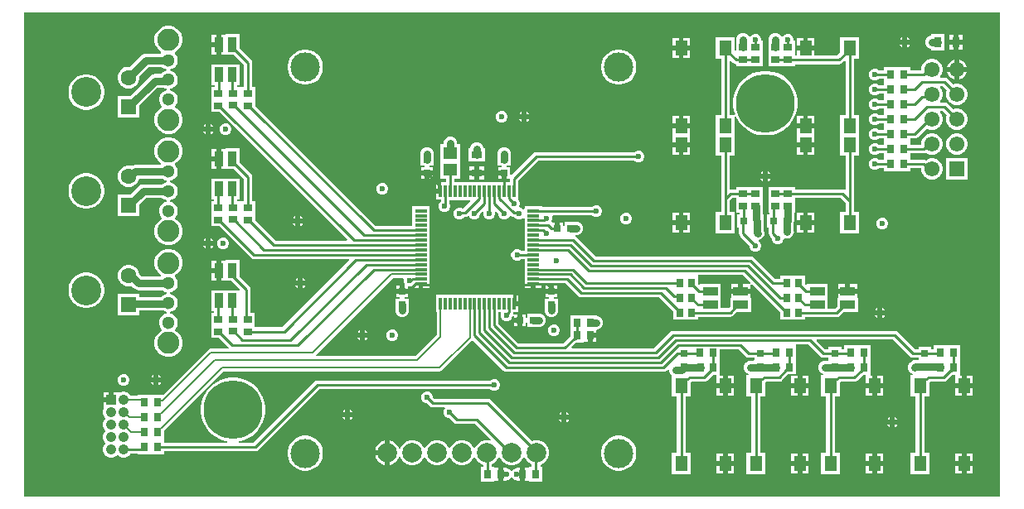
<source format=gtl>
G04*
G04 #@! TF.GenerationSoftware,Altium Limited,Altium Designer,21.9.1 (22)*
G04*
G04 Layer_Physical_Order=1*
G04 Layer_Color=255*
%FSLAX25Y25*%
%MOIN*%
G70*
G04*
G04 #@! TF.SameCoordinates,DC2D0AE7-CD98-4BDC-8897-A2E9BC7E3A80*
G04*
G04*
G04 #@! TF.FilePolarity,Positive*
G04*
G01*
G75*
%ADD12C,0.01000*%
%ADD15R,0.05118X0.06102*%
%ADD16R,0.02756X0.02756*%
%ADD18R,0.04724X0.01181*%
%ADD19R,0.01181X0.04724*%
%ADD20R,0.02756X0.02756*%
%ADD21R,0.04134X0.03150*%
%ADD26R,0.03150X0.04134*%
%ADD43R,0.02953X0.03347*%
%ADD44R,0.03347X0.02953*%
%ADD45R,0.05709X0.04921*%
%ADD46R,0.02756X0.03347*%
%ADD47R,0.03150X0.03740*%
%ADD48R,0.05906X0.03543*%
%ADD49R,0.03543X0.05906*%
%ADD50R,0.03347X0.02756*%
%ADD51C,0.03000*%
%ADD52C,0.00593*%
%ADD53C,0.07874*%
%ADD54C,0.11811*%
%ADD55C,0.06102*%
%ADD56R,0.06102X0.06102*%
%ADD57C,0.05118*%
%ADD58C,0.08858*%
%ADD59C,0.12008*%
%ADD60C,0.06319*%
%ADD61R,0.06319X0.06319*%
%ADD62R,0.04173X0.04173*%
%ADD63C,0.04173*%
%ADD64C,0.23622*%
%ADD65C,0.02362*%
G36*
X315197Y-241111D02*
X-76898D01*
Y-45866D01*
X315197D01*
Y-241111D01*
D02*
G37*
%LPC*%
G36*
X300217Y-54933D02*
X298626D01*
Y-57016D01*
X300217D01*
Y-54933D01*
D02*
G37*
G36*
X277984Y-56047D02*
Y-57016D01*
X278953D01*
X278849Y-56765D01*
X278236Y-56151D01*
X277984Y-56047D01*
D02*
G37*
G36*
X276016D02*
X275764Y-56151D01*
X275151Y-56765D01*
X275047Y-57016D01*
X276016D01*
Y-56047D01*
D02*
G37*
G36*
X296657Y-54933D02*
X295067D01*
Y-57016D01*
X296657D01*
Y-54933D01*
D02*
G37*
G36*
X230Y-54945D02*
X-1557D01*
Y-57913D01*
X230D01*
Y-54945D01*
D02*
G37*
G36*
X240701Y-56299D02*
X238126D01*
Y-59366D01*
X240701D01*
Y-56299D01*
D02*
G37*
G36*
X190701D02*
X188126D01*
Y-59366D01*
X190701D01*
Y-56299D01*
D02*
G37*
G36*
X186158D02*
X183583D01*
Y-59366D01*
X186158D01*
Y-56299D01*
D02*
G37*
G36*
X236157D02*
X233583D01*
Y-59366D01*
X236157D01*
Y-56299D01*
D02*
G37*
G36*
X278953Y-58984D02*
X277984D01*
Y-59953D01*
X278236Y-59849D01*
X278849Y-59236D01*
X278953Y-58984D01*
D02*
G37*
G36*
X276016D02*
X275047D01*
X275151Y-59236D01*
X275764Y-59849D01*
X276016Y-59953D01*
Y-58984D01*
D02*
G37*
G36*
X300217D02*
X298626D01*
Y-61067D01*
X300217D01*
Y-58984D01*
D02*
G37*
G36*
X296657D02*
X295067D01*
Y-61067D01*
X296657D01*
Y-58984D01*
D02*
G37*
G36*
X293114Y-54752D02*
X287602D01*
Y-55348D01*
X287300Y-55388D01*
X286648Y-55658D01*
X286088Y-56088D01*
X285658Y-56648D01*
X285388Y-57300D01*
X285296Y-58000D01*
X285388Y-58700D01*
X285658Y-59352D01*
X286088Y-59912D01*
X286648Y-60342D01*
X287300Y-60612D01*
X287602Y-60652D01*
Y-61248D01*
X293114D01*
Y-54752D01*
D02*
G37*
G36*
X212000Y-54296D02*
X211300Y-54388D01*
X210648Y-54658D01*
X210088Y-55088D01*
X209658Y-55648D01*
X209388Y-56300D01*
X209296Y-57000D01*
Y-57342D01*
X209146D01*
Y-61449D01*
X208646Y-61716D01*
X208598Y-61684D01*
Y-56118D01*
X201118D01*
Y-64583D01*
X203144D01*
Y-87417D01*
X201118D01*
Y-95882D01*
Y-103583D01*
X203144D01*
Y-121000D01*
Y-126417D01*
X201118D01*
Y-134882D01*
X208598D01*
Y-126417D01*
X206572D01*
Y-121710D01*
X207568Y-120714D01*
X209146D01*
Y-126776D01*
X210530D01*
Y-127441D01*
X209685D01*
Y-132559D01*
X210408D01*
Y-135122D01*
X210539Y-135778D01*
X210910Y-136334D01*
X214638Y-140062D01*
Y-140470D01*
X214997Y-141338D01*
X215662Y-142003D01*
X216530Y-142362D01*
X217470D01*
X218338Y-142003D01*
X219003Y-141338D01*
X219362Y-140470D01*
Y-139530D01*
X219003Y-138662D01*
X218363Y-138023D01*
X218369Y-137871D01*
X218458Y-137506D01*
X218578Y-137490D01*
X219230Y-137220D01*
X219790Y-136790D01*
X220220Y-136230D01*
X220490Y-135578D01*
X220582Y-134878D01*
X220490Y-134178D01*
X220460Y-134106D01*
Y-130000D01*
X220368Y-129300D01*
X220315Y-129172D01*
Y-127441D01*
X219878D01*
Y-124142D01*
X219854Y-123966D01*
Y-121658D01*
Y-116342D01*
X209146D01*
Y-117286D01*
X206858D01*
X206572Y-117051D01*
Y-103583D01*
X208598D01*
Y-95882D01*
Y-87880D01*
X209098Y-87759D01*
X209888Y-89309D01*
X211090Y-90964D01*
X212536Y-92410D01*
X214191Y-93612D01*
X216013Y-94540D01*
X217958Y-95172D01*
X219977Y-95492D01*
X222023D01*
X224042Y-95172D01*
X225987Y-94540D01*
X227809Y-93612D01*
X229464Y-92410D01*
X230910Y-90964D01*
X232112Y-89309D01*
X233040Y-87487D01*
X233672Y-85542D01*
X233992Y-83522D01*
Y-81477D01*
X233672Y-79458D01*
X233040Y-77513D01*
X232112Y-75691D01*
X230910Y-74036D01*
X229464Y-72590D01*
X227809Y-71388D01*
X225987Y-70460D01*
X224042Y-69828D01*
X222023Y-69508D01*
X219977D01*
X217958Y-69828D01*
X216013Y-70460D01*
X214191Y-71388D01*
X212536Y-72590D01*
X211090Y-74036D01*
X209888Y-75691D01*
X208960Y-77513D01*
X208328Y-79458D01*
X208008Y-81477D01*
Y-83522D01*
X208328Y-85542D01*
X208802Y-87002D01*
X208411Y-87417D01*
X206572D01*
Y-65634D01*
X207034Y-65443D01*
X207922Y-66330D01*
X208478Y-66702D01*
X209134Y-66832D01*
X209146D01*
Y-67776D01*
X219854D01*
Y-62657D01*
Y-57342D01*
X219362D01*
Y-56530D01*
X219003Y-55662D01*
X218338Y-54997D01*
X217470Y-54638D01*
X216530D01*
X215662Y-54997D01*
X214997Y-55662D01*
X214943Y-55793D01*
X214402Y-55793D01*
X214342Y-55648D01*
X213912Y-55088D01*
X213352Y-54658D01*
X212700Y-54388D01*
X212000Y-54296D01*
D02*
G37*
G36*
X230Y-59882D02*
X-1557D01*
Y-62850D01*
X230D01*
Y-59882D01*
D02*
G37*
G36*
X190701Y-61335D02*
X188126D01*
Y-64402D01*
X190701D01*
Y-61335D01*
D02*
G37*
G36*
X186158D02*
X183583D01*
Y-64402D01*
X186158D01*
Y-61335D01*
D02*
G37*
G36*
X298984Y-65070D02*
Y-68016D01*
X301930D01*
X301775Y-67436D01*
X301242Y-66513D01*
X300487Y-65758D01*
X299564Y-65225D01*
X298984Y-65070D01*
D02*
G37*
G36*
X297016D02*
X296436Y-65225D01*
X295513Y-65758D01*
X294758Y-66513D01*
X294225Y-67436D01*
X294070Y-68016D01*
X297016D01*
Y-65070D01*
D02*
G37*
G36*
X288557Y-64768D02*
X287443D01*
X286366Y-65056D01*
X285401Y-65613D01*
X284613Y-66401D01*
X284056Y-67366D01*
X283768Y-68443D01*
Y-69286D01*
X279315D01*
Y-67949D01*
X268685D01*
Y-69286D01*
X266627D01*
X266338Y-68997D01*
X265470Y-68638D01*
X264530D01*
X263662Y-68997D01*
X262997Y-69662D01*
X262638Y-70530D01*
Y-71470D01*
X262997Y-72338D01*
X263662Y-73003D01*
X264530Y-73362D01*
X265470D01*
X266338Y-73003D01*
X266627Y-72714D01*
X268685D01*
Y-75286D01*
X266627D01*
X266338Y-74997D01*
X265470Y-74638D01*
X264530D01*
X263662Y-74997D01*
X262997Y-75662D01*
X262638Y-76530D01*
Y-77470D01*
X262997Y-78338D01*
X263662Y-79003D01*
X264530Y-79362D01*
X265470D01*
X266338Y-79003D01*
X266627Y-78714D01*
X268685D01*
Y-81286D01*
X266627D01*
X266338Y-80997D01*
X265470Y-80638D01*
X264530D01*
X263662Y-80997D01*
X262997Y-81662D01*
X262638Y-82530D01*
Y-83470D01*
X262997Y-84338D01*
X263662Y-85003D01*
X264530Y-85362D01*
X265470D01*
X266338Y-85003D01*
X266627Y-84714D01*
X268685D01*
Y-87286D01*
X266627D01*
X266338Y-86997D01*
X265470Y-86638D01*
X264530D01*
X263662Y-86997D01*
X262997Y-87662D01*
X262638Y-88530D01*
Y-89470D01*
X262997Y-90338D01*
X263662Y-91003D01*
X264530Y-91362D01*
X265470D01*
X266338Y-91003D01*
X266627Y-90714D01*
X268685D01*
Y-93286D01*
X266627D01*
X266338Y-92997D01*
X265470Y-92638D01*
X264530D01*
X263662Y-92997D01*
X262997Y-93662D01*
X262638Y-94530D01*
Y-95470D01*
X262997Y-96338D01*
X263662Y-97003D01*
X264530Y-97362D01*
X265470D01*
X266338Y-97003D01*
X266627Y-96714D01*
X268685D01*
Y-97949D01*
X268685D01*
Y-99286D01*
X266627D01*
X266338Y-98997D01*
X265470Y-98638D01*
X264530D01*
X263662Y-98997D01*
X262997Y-99662D01*
X262638Y-100530D01*
Y-101470D01*
X262997Y-102338D01*
X263662Y-103003D01*
X264530Y-103362D01*
X265470D01*
X266338Y-103003D01*
X266627Y-102714D01*
X268685D01*
Y-105286D01*
X266627D01*
X266338Y-104997D01*
X265470Y-104638D01*
X264530D01*
X263662Y-104997D01*
X262997Y-105662D01*
X262638Y-106530D01*
Y-107470D01*
X262997Y-108338D01*
X263662Y-109003D01*
X264530Y-109362D01*
X265470D01*
X266338Y-109003D01*
X266627Y-108714D01*
X268685D01*
Y-110051D01*
X279315D01*
Y-108714D01*
X283768D01*
Y-109557D01*
X284056Y-110634D01*
X284613Y-111599D01*
X285401Y-112387D01*
X286366Y-112944D01*
X287443Y-113232D01*
X288557D01*
X289634Y-112944D01*
X290599Y-112387D01*
X291387Y-111599D01*
X291944Y-110634D01*
X292232Y-109557D01*
Y-108443D01*
X291944Y-107366D01*
X291387Y-106401D01*
X290599Y-105613D01*
X289634Y-105056D01*
X288557Y-104768D01*
X287443D01*
X286366Y-105056D01*
X285492Y-105561D01*
X285275Y-105416D01*
X284619Y-105286D01*
X279315D01*
Y-102714D01*
X284619D01*
X285275Y-102584D01*
X285492Y-102439D01*
X286366Y-102944D01*
X287443Y-103232D01*
X288557D01*
X289634Y-102944D01*
X290599Y-102387D01*
X291387Y-101599D01*
X291944Y-100634D01*
X292232Y-99557D01*
Y-98443D01*
X291944Y-97366D01*
X291387Y-96401D01*
X290599Y-95613D01*
X289634Y-95056D01*
X288557Y-94768D01*
X287443D01*
X286366Y-95056D01*
X285401Y-95613D01*
X284613Y-96401D01*
X284056Y-97366D01*
X283768Y-98443D01*
Y-99286D01*
X279315D01*
Y-98051D01*
X279315D01*
Y-96714D01*
X281000D01*
X281656Y-96584D01*
X282212Y-96212D01*
X285805Y-92620D01*
X286366Y-92944D01*
X287443Y-93232D01*
X288557D01*
X289634Y-92944D01*
X290599Y-92387D01*
X291387Y-91599D01*
X291944Y-90634D01*
X292232Y-89557D01*
Y-88443D01*
X291944Y-87366D01*
X291387Y-86401D01*
X291161Y-86176D01*
X291353Y-85714D01*
X292290D01*
X294032Y-87456D01*
X293768Y-88443D01*
Y-89557D01*
X294056Y-90634D01*
X294613Y-91599D01*
X295401Y-92387D01*
X296366Y-92944D01*
X297443Y-93232D01*
X298557D01*
X299634Y-92944D01*
X300599Y-92387D01*
X301387Y-91599D01*
X301944Y-90634D01*
X302232Y-89557D01*
Y-88443D01*
X301944Y-87366D01*
X301387Y-86401D01*
X300599Y-85613D01*
X299634Y-85056D01*
X298557Y-84768D01*
X297443D01*
X296456Y-85032D01*
X294212Y-82788D01*
X293656Y-82416D01*
X293000Y-82286D01*
X291353D01*
X291161Y-81824D01*
X291387Y-81599D01*
X291944Y-80634D01*
X292232Y-79557D01*
Y-78443D01*
X291944Y-77366D01*
X291387Y-76401D01*
X291161Y-76176D01*
X291353Y-75714D01*
X292290D01*
X294032Y-77456D01*
X293768Y-78443D01*
Y-79557D01*
X294056Y-80634D01*
X294613Y-81599D01*
X295401Y-82387D01*
X296366Y-82944D01*
X297443Y-83232D01*
X298557D01*
X299634Y-82944D01*
X300599Y-82387D01*
X301387Y-81599D01*
X301944Y-80634D01*
X302232Y-79557D01*
Y-78443D01*
X301944Y-77366D01*
X301387Y-76401D01*
X300599Y-75613D01*
X299634Y-75056D01*
X298557Y-74768D01*
X297443D01*
X296456Y-75032D01*
X294212Y-72788D01*
X293656Y-72416D01*
X293000Y-72286D01*
X291353D01*
X291161Y-71824D01*
X291387Y-71599D01*
X291944Y-70634D01*
X292232Y-69557D01*
Y-68443D01*
X291944Y-67366D01*
X291387Y-66401D01*
X290599Y-65613D01*
X289634Y-65056D01*
X288557Y-64768D01*
D02*
G37*
G36*
X301930Y-69984D02*
X298984D01*
Y-72930D01*
X299564Y-72775D01*
X300487Y-72242D01*
X301242Y-71487D01*
X301775Y-70564D01*
X301930Y-69984D01*
D02*
G37*
G36*
X297016D02*
X294070D01*
X294225Y-70564D01*
X294758Y-71487D01*
X295513Y-72242D01*
X296436Y-72775D01*
X297016Y-72930D01*
Y-69984D01*
D02*
G37*
G36*
X162698Y-60913D02*
X161302D01*
X159933Y-61186D01*
X158643Y-61720D01*
X157483Y-62495D01*
X156495Y-63483D01*
X155720Y-64643D01*
X155186Y-65933D01*
X154913Y-67302D01*
Y-68698D01*
X155186Y-70067D01*
X155720Y-71357D01*
X156495Y-72517D01*
X157483Y-73505D01*
X158643Y-74280D01*
X159933Y-74814D01*
X161302Y-75087D01*
X162698D01*
X164067Y-74814D01*
X165357Y-74280D01*
X166517Y-73505D01*
X167505Y-72517D01*
X168280Y-71357D01*
X168814Y-70067D01*
X169087Y-68698D01*
Y-67302D01*
X168814Y-65933D01*
X168280Y-64643D01*
X167505Y-63483D01*
X166517Y-62495D01*
X165357Y-61720D01*
X164067Y-61186D01*
X162698Y-60913D01*
D02*
G37*
G36*
X36714D02*
X35318D01*
X33949Y-61186D01*
X32659Y-61720D01*
X31498Y-62495D01*
X30511Y-63483D01*
X29736Y-64643D01*
X29201Y-65933D01*
X28929Y-67302D01*
Y-68698D01*
X29201Y-70067D01*
X29736Y-71357D01*
X30511Y-72517D01*
X31498Y-73505D01*
X32659Y-74280D01*
X33949Y-74814D01*
X35318Y-75087D01*
X36714D01*
X38083Y-74814D01*
X39373Y-74280D01*
X40533Y-73505D01*
X41520Y-72517D01*
X42296Y-71357D01*
X42830Y-70067D01*
X43102Y-68698D01*
Y-67302D01*
X42830Y-65933D01*
X42296Y-64643D01*
X41520Y-63483D01*
X40533Y-62495D01*
X39373Y-61720D01*
X38083Y-61186D01*
X36714Y-60913D01*
D02*
G37*
G36*
X9748Y-54764D02*
X3842D01*
Y-54945D01*
X2199D01*
Y-58898D01*
Y-62850D01*
X3842D01*
Y-63032D01*
X7324D01*
X11286Y-66993D01*
Y-76044D01*
X10146D01*
Y-76044D01*
X9854Y-75980D01*
X9854Y-75980D01*
X9672Y-75980D01*
X8500D01*
Y-75236D01*
X9738D01*
Y-66969D01*
X-1738D01*
Y-75236D01*
X-500D01*
Y-76044D01*
X-1777D01*
Y-81162D01*
Y-86084D01*
X1508D01*
X52902Y-137478D01*
X52711Y-137940D01*
X24134D01*
X15854Y-129660D01*
Y-127162D01*
Y-122044D01*
X14714D01*
Y-112284D01*
X14584Y-111627D01*
X14212Y-111072D01*
X9748Y-106607D01*
Y-100764D01*
X3842D01*
Y-100945D01*
X2199D01*
Y-104898D01*
Y-108850D01*
X3842D01*
Y-109031D01*
X7324D01*
X11286Y-112993D01*
Y-122044D01*
X10146D01*
Y-122044D01*
X9854Y-121980D01*
X9854Y-121980D01*
X9672Y-121980D01*
X8500D01*
Y-121236D01*
X9738D01*
Y-112969D01*
X-1738D01*
Y-121236D01*
X-636D01*
Y-122044D01*
X-1777D01*
Y-127162D01*
Y-132084D01*
X1508D01*
X14227Y-144803D01*
X14783Y-145174D01*
X15439Y-145305D01*
X53618D01*
X53809Y-145766D01*
X26765Y-172811D01*
X15699D01*
Y-167044D01*
X14059D01*
Y-157628D01*
X13928Y-156972D01*
X13556Y-156416D01*
X9748Y-152608D01*
Y-145764D01*
X3842D01*
Y-145945D01*
X2199D01*
Y-149898D01*
Y-153850D01*
X3842D01*
Y-154032D01*
X6324D01*
X9777Y-157485D01*
X9554Y-157968D01*
X9314Y-157968D01*
X-1738D01*
Y-166236D01*
X-714D01*
Y-167044D01*
X-1854D01*
Y-172162D01*
Y-177084D01*
X1430D01*
X5340Y-180994D01*
X5133Y-181494D01*
X-2000D01*
X-2576Y-181608D01*
X-3065Y-181935D01*
X-21079Y-199949D01*
X-31315D01*
Y-200494D01*
X-34097D01*
X-34385Y-199994D01*
X-34994Y-199385D01*
X-35739Y-198955D01*
X-36570Y-198732D01*
X-37430D01*
X-38261Y-198955D01*
X-38551Y-199122D01*
X-38913Y-198913D01*
Y-198913D01*
X-41016D01*
Y-202000D01*
X-42000D01*
Y-202984D01*
X-45087D01*
Y-205087D01*
X-45087D01*
X-44878Y-205449D01*
X-45045Y-205739D01*
X-45268Y-206570D01*
Y-207430D01*
X-45045Y-208261D01*
X-44615Y-209006D01*
X-44121Y-209500D01*
X-44615Y-209994D01*
X-45045Y-210739D01*
X-45268Y-211570D01*
Y-212430D01*
X-45045Y-213261D01*
X-44615Y-214006D01*
X-44121Y-214500D01*
X-44615Y-214994D01*
X-45045Y-215739D01*
X-45268Y-216570D01*
Y-217430D01*
X-45045Y-218261D01*
X-44615Y-219006D01*
X-44121Y-219500D01*
X-44615Y-219994D01*
X-45045Y-220739D01*
X-45268Y-221570D01*
Y-222430D01*
X-45045Y-223261D01*
X-44615Y-224006D01*
X-44006Y-224615D01*
X-43261Y-225045D01*
X-42430Y-225268D01*
X-41570D01*
X-40739Y-225045D01*
X-39994Y-224615D01*
X-39500Y-224121D01*
X-39006Y-224615D01*
X-38261Y-225045D01*
X-37430Y-225268D01*
X-36570D01*
X-35739Y-225045D01*
X-34994Y-224615D01*
X-34385Y-224006D01*
X-34216Y-223714D01*
X-31315D01*
Y-224051D01*
X-20685D01*
Y-222714D01*
X16000D01*
X16656Y-222584D01*
X17212Y-222212D01*
X41710Y-197714D01*
X110373D01*
X110662Y-198003D01*
X111530Y-198362D01*
X112470D01*
X113338Y-198003D01*
X114003Y-197338D01*
X114362Y-196470D01*
Y-195530D01*
X114003Y-194662D01*
X113338Y-193997D01*
X112470Y-193638D01*
X111530D01*
X110662Y-193997D01*
X110373Y-194286D01*
X41000D01*
X40344Y-194416D01*
X39788Y-194788D01*
X15290Y-219286D01*
X9363D01*
X9324Y-218786D01*
X10042Y-218672D01*
X11987Y-218040D01*
X13809Y-217112D01*
X15464Y-215910D01*
X16910Y-214464D01*
X18112Y-212809D01*
X19040Y-210987D01*
X19672Y-209042D01*
X19992Y-207023D01*
Y-204977D01*
X19672Y-202958D01*
X19040Y-201013D01*
X18112Y-199191D01*
X16910Y-197536D01*
X15464Y-196090D01*
X13809Y-194888D01*
X11987Y-193960D01*
X10042Y-193328D01*
X8022Y-193008D01*
X5977D01*
X3958Y-193328D01*
X2013Y-193960D01*
X191Y-194888D01*
X-1464Y-196090D01*
X-2910Y-197536D01*
X-4112Y-199191D01*
X-5040Y-201013D01*
X-5672Y-202958D01*
X-5992Y-204977D01*
Y-207023D01*
X-5672Y-209042D01*
X-5040Y-210987D01*
X-4112Y-212809D01*
X-2910Y-214464D01*
X-1464Y-215910D01*
X191Y-217112D01*
X2013Y-218040D01*
X3958Y-218672D01*
X4676Y-218786D01*
X4637Y-219286D01*
X-20685D01*
Y-217949D01*
X-20685D01*
Y-214374D01*
X3183Y-190506D01*
X90000D01*
X90576Y-190392D01*
X91065Y-190065D01*
X103223Y-177908D01*
X103460Y-177884D01*
X115788Y-190212D01*
X116344Y-190584D01*
X117000Y-190714D01*
X180000D01*
X180656Y-190584D01*
X181212Y-190212D01*
X181847Y-189577D01*
X182321Y-189810D01*
X182296Y-190000D01*
X182388Y-190700D01*
X182658Y-191352D01*
X183088Y-191912D01*
X183402Y-192153D01*
Y-200583D01*
X185428D01*
Y-223417D01*
X183402D01*
Y-231882D01*
X190882D01*
Y-223417D01*
X188856D01*
Y-200583D01*
X190882D01*
Y-195027D01*
X190905Y-195011D01*
X191202Y-194714D01*
X196315D01*
X196971Y-194584D01*
X197527Y-194212D01*
X199885Y-191854D01*
X201166D01*
X201299Y-192299D01*
X201299Y-192354D01*
Y-195366D01*
X203874D01*
Y-192299D01*
X202909D01*
X202776Y-191854D01*
X202776Y-191799D01*
Y-186146D01*
X202776D01*
X202533Y-185854D01*
Y-181714D01*
X210290D01*
X213032Y-184456D01*
X213588Y-184828D01*
X214244Y-184958D01*
X216566D01*
Y-185803D01*
X216360Y-186218D01*
X215078D01*
X214378Y-186310D01*
X213726Y-186580D01*
X213165Y-187010D01*
X213165Y-187010D01*
X213088Y-187088D01*
X212658Y-187648D01*
X212388Y-188300D01*
X212296Y-189000D01*
X212388Y-189700D01*
X212658Y-190352D01*
X213088Y-190912D01*
X213648Y-191342D01*
X214300Y-191612D01*
X214346Y-191618D01*
X214313Y-192118D01*
X213402D01*
Y-200583D01*
X215428D01*
Y-223417D01*
X213402D01*
Y-231882D01*
X220882D01*
Y-223417D01*
X218856D01*
Y-200583D01*
X220882D01*
Y-195027D01*
X220905Y-195011D01*
X221202Y-194714D01*
X226481D01*
X227137Y-194584D01*
X227693Y-194212D01*
X230129Y-191777D01*
X233217D01*
Y-186068D01*
X233217D01*
X233217Y-185854D01*
X233217D01*
Y-180146D01*
X233217D01*
X233382Y-179714D01*
X238290D01*
X243032Y-184456D01*
X243588Y-184828D01*
X244244Y-184958D01*
X246441D01*
Y-185803D01*
X246441Y-185803D01*
X246423Y-186296D01*
X245000D01*
X244300Y-186388D01*
X243648Y-186658D01*
X243088Y-187088D01*
X242658Y-187648D01*
X242388Y-188300D01*
X242296Y-189000D01*
X242388Y-189700D01*
X242658Y-190352D01*
X243088Y-190912D01*
X243648Y-191342D01*
X244300Y-191612D01*
X244346Y-191618D01*
X244313Y-192118D01*
X243402D01*
Y-200583D01*
X245428D01*
Y-223417D01*
X243402D01*
Y-231882D01*
X250882D01*
Y-223417D01*
X248856D01*
Y-200583D01*
X250882D01*
Y-195027D01*
X250905Y-195011D01*
X251202Y-194714D01*
X256756D01*
X257412Y-194584D01*
X257968Y-194212D01*
X260326Y-191854D01*
X261166D01*
X261299Y-192299D01*
X261299Y-192354D01*
Y-195366D01*
X263874D01*
Y-192299D01*
X263350D01*
X263216Y-191854D01*
X263216Y-191799D01*
Y-186146D01*
X263217D01*
X263217Y-185854D01*
X263216D01*
Y-180146D01*
X252783D01*
Y-181530D01*
X251559D01*
Y-180685D01*
X246441D01*
Y-181530D01*
X244954D01*
X241600Y-178176D01*
X241791Y-177714D01*
X272290D01*
X279032Y-184456D01*
X279588Y-184828D01*
X280244Y-184958D01*
X282566D01*
Y-185803D01*
X282169Y-186052D01*
X281244D01*
X281244Y-186052D01*
X280544Y-186144D01*
X279892Y-186414D01*
X279332Y-186844D01*
X279332Y-186844D01*
X279088Y-187088D01*
X278658Y-187648D01*
X278388Y-188300D01*
X278296Y-189000D01*
X278388Y-189700D01*
X278658Y-190352D01*
X279088Y-190912D01*
X279648Y-191342D01*
X280300Y-191612D01*
X280346Y-191618D01*
X280313Y-192118D01*
X279402D01*
Y-200583D01*
X281428D01*
Y-223417D01*
X279402D01*
Y-231882D01*
X286882D01*
Y-223417D01*
X284856D01*
Y-200583D01*
X286882D01*
Y-195027D01*
X286905Y-195011D01*
X287202Y-194714D01*
X292559D01*
X293215Y-194584D01*
X293771Y-194212D01*
X296129Y-191854D01*
X297166D01*
X297299Y-192299D01*
X297299Y-192354D01*
Y-195366D01*
X299874D01*
Y-192299D01*
X299350D01*
X299217Y-191854D01*
X299217Y-191799D01*
Y-186146D01*
X299217D01*
X299217Y-185854D01*
X299217D01*
Y-180146D01*
X288784D01*
Y-181530D01*
X287684D01*
Y-180685D01*
X282566D01*
Y-181530D01*
X280954D01*
X274212Y-174788D01*
X273656Y-174416D01*
X273000Y-174286D01*
X184000D01*
X183344Y-174416D01*
X182788Y-174788D01*
X176290Y-181286D01*
X143232D01*
X143041Y-180824D01*
X145011Y-178854D01*
X148098D01*
Y-178673D01*
X149575D01*
Y-176000D01*
X150559D01*
Y-175016D01*
X153035D01*
Y-173854D01*
X153217D01*
Y-173676D01*
X153700Y-173612D01*
X154352Y-173342D01*
X154912Y-172912D01*
X155342Y-172352D01*
X155612Y-171700D01*
X155704Y-171000D01*
X155612Y-170300D01*
X155342Y-169648D01*
X154912Y-169088D01*
X154352Y-168658D01*
X153700Y-168388D01*
X153217Y-168324D01*
Y-168146D01*
X142783D01*
Y-173146D01*
X142783D01*
Y-176233D01*
X139731Y-179286D01*
X121710D01*
X113714Y-171290D01*
Y-166819D01*
X114482D01*
X114760Y-167235D01*
X114638Y-167530D01*
Y-168470D01*
X114997Y-169338D01*
X115662Y-170003D01*
X116530Y-170362D01*
X117470D01*
X118338Y-170003D01*
X119003Y-169338D01*
X119362Y-168470D01*
Y-168146D01*
X119366Y-168143D01*
X119866Y-168395D01*
Y-169016D01*
X121260D01*
Y-167622D01*
X120315D01*
X119924Y-167622D01*
X119923Y-167622D01*
X119563Y-167298D01*
X119652Y-166819D01*
X119677D01*
Y-166638D01*
X121465D01*
Y-164260D01*
X119874D01*
Y-163276D01*
X119677D01*
Y-159913D01*
X119677D01*
Y-159732D01*
X88575D01*
Y-166819D01*
X88840D01*
Y-176030D01*
X80376Y-184494D01*
X40324D01*
X40195Y-184280D01*
X40137Y-183994D01*
X71159Y-152971D01*
X75310D01*
X75587Y-153387D01*
X75543Y-153494D01*
Y-154434D01*
X75903Y-155302D01*
X76005Y-155404D01*
X75984Y-155455D01*
Y-157260D01*
X77378D01*
Y-156364D01*
X77435Y-156326D01*
X78375D01*
X78694Y-156193D01*
X79110Y-156471D01*
Y-156992D01*
X81488D01*
Y-155402D01*
X82472D01*
Y-155205D01*
X85835D01*
Y-155205D01*
X86016D01*
Y-151268D01*
Y-147331D01*
Y-143394D01*
Y-139457D01*
Y-135520D01*
Y-131583D01*
Y-127646D01*
Y-124102D01*
X78929D01*
Y-127646D01*
Y-132034D01*
X64229D01*
X15854Y-83660D01*
Y-81162D01*
Y-76044D01*
X14714D01*
Y-66284D01*
X14584Y-65627D01*
X14212Y-65071D01*
X9748Y-60607D01*
Y-54764D01*
D02*
G37*
G36*
X-51300Y-70910D02*
X-52715D01*
X-54104Y-71186D01*
X-55411Y-71727D01*
X-56588Y-72514D01*
X-57589Y-73514D01*
X-58375Y-74691D01*
X-58917Y-75999D01*
X-59193Y-77387D01*
Y-78802D01*
X-58917Y-80190D01*
X-58375Y-81498D01*
X-57589Y-82675D01*
X-56588Y-83675D01*
X-55411Y-84462D01*
X-54104Y-85003D01*
X-52715Y-85280D01*
X-51300D01*
X-49912Y-85003D01*
X-48605Y-84462D01*
X-47428Y-83675D01*
X-46427Y-82675D01*
X-45641Y-81498D01*
X-45099Y-80190D01*
X-44823Y-78802D01*
Y-77387D01*
X-45099Y-75999D01*
X-45641Y-74691D01*
X-46427Y-73514D01*
X-47428Y-72514D01*
X-48605Y-71727D01*
X-49912Y-71186D01*
X-51300Y-70910D01*
D02*
G37*
G36*
X124984Y-86047D02*
Y-87016D01*
X125953D01*
X125849Y-86765D01*
X125235Y-86151D01*
X124984Y-86047D01*
D02*
G37*
G36*
X123016D02*
X122765Y-86151D01*
X122151Y-86765D01*
X122047Y-87016D01*
X123016D01*
Y-86047D01*
D02*
G37*
G36*
X125953Y-88984D02*
X124984D01*
Y-89953D01*
X125235Y-89849D01*
X125849Y-89236D01*
X125953Y-88984D01*
D02*
G37*
G36*
X123016D02*
X122047D01*
X122151Y-89236D01*
X122765Y-89849D01*
X123016Y-89953D01*
Y-88984D01*
D02*
G37*
G36*
X115470Y-85638D02*
X114530D01*
X113662Y-85997D01*
X112997Y-86662D01*
X112638Y-87530D01*
Y-88470D01*
X112997Y-89338D01*
X113662Y-90003D01*
X114530Y-90362D01*
X115470D01*
X116338Y-90003D01*
X117003Y-89338D01*
X117362Y-88470D01*
Y-87530D01*
X117003Y-86662D01*
X116338Y-85997D01*
X115470Y-85638D01*
D02*
G37*
G36*
X240701Y-87598D02*
X238126D01*
Y-90665D01*
X240701D01*
Y-87598D01*
D02*
G37*
G36*
X190701D02*
X188126D01*
Y-90665D01*
X190701D01*
Y-87598D01*
D02*
G37*
G36*
X236157D02*
X233583D01*
Y-90665D01*
X236157D01*
Y-87598D01*
D02*
G37*
G36*
X186158D02*
X183583D01*
Y-90665D01*
X186158D01*
Y-87598D01*
D02*
G37*
G36*
X-2016Y-91047D02*
Y-92016D01*
X-1047D01*
X-1151Y-91764D01*
X-1764Y-91151D01*
X-2016Y-91047D01*
D02*
G37*
G36*
X-3984D02*
X-4236Y-91151D01*
X-4849Y-91764D01*
X-4953Y-92016D01*
X-3984D01*
Y-91047D01*
D02*
G37*
G36*
X-18261Y-51374D02*
X-19739D01*
X-21166Y-51756D01*
X-22445Y-52495D01*
X-23489Y-53540D01*
X-24228Y-54819D01*
X-24610Y-56246D01*
Y-57723D01*
X-24228Y-59150D01*
X-23489Y-60429D01*
X-22445Y-61474D01*
X-22024Y-61717D01*
X-21919Y-62354D01*
X-22089Y-62548D01*
X-28063D01*
X-28763Y-62640D01*
X-29415Y-62910D01*
X-29975Y-63340D01*
X-29975Y-63340D01*
X-34484Y-67848D01*
X-35571D01*
X-36675Y-68144D01*
X-37665Y-68716D01*
X-38473Y-69524D01*
X-39045Y-70514D01*
X-39341Y-71618D01*
Y-72760D01*
X-39045Y-73864D01*
X-38473Y-74854D01*
X-37665Y-75662D01*
X-36675Y-76234D01*
X-35571Y-76530D01*
X-34429D01*
X-33325Y-76234D01*
X-32335Y-75662D01*
X-31527Y-74854D01*
X-30955Y-73864D01*
X-30659Y-72760D01*
Y-71673D01*
X-26943Y-67956D01*
X-21585D01*
X-21296Y-68245D01*
X-20444Y-68737D01*
X-19724Y-68930D01*
Y-69448D01*
X-20444Y-69641D01*
X-21296Y-70133D01*
X-21990Y-70827D01*
X-24531D01*
X-25231Y-70919D01*
X-25883Y-71189D01*
X-26443Y-71619D01*
X-26443Y-71619D01*
X-34484Y-79659D01*
X-39341D01*
Y-88341D01*
X-30659D01*
Y-83484D01*
X-23411Y-76236D01*
X-21094D01*
X-20444Y-76611D01*
X-19724Y-76804D01*
Y-77322D01*
X-20444Y-77515D01*
X-21296Y-78007D01*
X-21993Y-78703D01*
X-22485Y-79556D01*
X-22740Y-80508D01*
Y-81492D01*
X-22485Y-82444D01*
X-21993Y-83297D01*
X-21585Y-83705D01*
X-21667Y-84329D01*
X-22445Y-84778D01*
X-23489Y-85823D01*
X-24228Y-87102D01*
X-24610Y-88529D01*
Y-90006D01*
X-24228Y-91433D01*
X-23489Y-92712D01*
X-22445Y-93757D01*
X-21166Y-94496D01*
X-19739Y-94878D01*
X-18261D01*
X-16835Y-94496D01*
X-15555Y-93757D01*
X-14511Y-92712D01*
X-13772Y-91433D01*
X-13390Y-90006D01*
Y-88529D01*
X-13772Y-87102D01*
X-14511Y-85823D01*
X-15555Y-84778D01*
X-16333Y-84329D01*
X-16415Y-83705D01*
X-16007Y-83297D01*
X-15515Y-82444D01*
X-15260Y-81492D01*
Y-80508D01*
X-15515Y-79556D01*
X-16007Y-78703D01*
X-16703Y-78007D01*
X-17556Y-77515D01*
X-18276Y-77322D01*
Y-76804D01*
X-17556Y-76611D01*
X-16703Y-76119D01*
X-16007Y-75423D01*
X-15515Y-74570D01*
X-15260Y-73618D01*
Y-72634D01*
X-15515Y-71682D01*
X-16007Y-70829D01*
X-16703Y-70133D01*
X-17556Y-69641D01*
X-18276Y-69448D01*
Y-68930D01*
X-17556Y-68737D01*
X-16703Y-68245D01*
X-16007Y-67549D01*
X-15515Y-66696D01*
X-15260Y-65744D01*
Y-64760D01*
X-15515Y-63808D01*
X-16007Y-62955D01*
X-16415Y-62547D01*
X-16333Y-61923D01*
X-15555Y-61474D01*
X-14511Y-60429D01*
X-13772Y-59150D01*
X-13390Y-57723D01*
Y-56246D01*
X-13772Y-54819D01*
X-14511Y-53540D01*
X-15555Y-52495D01*
X-16835Y-51756D01*
X-18261Y-51374D01*
D02*
G37*
G36*
X-1047Y-93984D02*
X-2016D01*
Y-94953D01*
X-1764Y-94849D01*
X-1151Y-94235D01*
X-1047Y-93984D01*
D02*
G37*
G36*
X-3984D02*
X-4953D01*
X-4849Y-94235D01*
X-4236Y-94849D01*
X-3984Y-94953D01*
Y-93984D01*
D02*
G37*
G36*
X4470Y-90638D02*
X3530D01*
X2662Y-90997D01*
X1997Y-91662D01*
X1638Y-92530D01*
Y-93470D01*
X1997Y-94338D01*
X2662Y-95003D01*
X3530Y-95362D01*
X4470D01*
X5338Y-95003D01*
X6003Y-94338D01*
X6362Y-93470D01*
Y-92530D01*
X6003Y-91662D01*
X5338Y-90997D01*
X4470Y-90638D01*
D02*
G37*
G36*
X240701Y-92634D02*
X237142D01*
X233583D01*
Y-95701D01*
Y-98366D01*
X237142D01*
X240701D01*
Y-95701D01*
Y-92634D01*
D02*
G37*
G36*
X190701D02*
X187142D01*
X183583D01*
Y-95701D01*
Y-98366D01*
X187142D01*
X190701D01*
Y-95701D01*
Y-92634D01*
D02*
G37*
G36*
X298557Y-94768D02*
X297443D01*
X296366Y-95056D01*
X295401Y-95613D01*
X294613Y-96401D01*
X294056Y-97366D01*
X293768Y-98443D01*
Y-99557D01*
X294056Y-100634D01*
X294613Y-101599D01*
X295401Y-102387D01*
X296366Y-102944D01*
X297443Y-103232D01*
X298557D01*
X299634Y-102944D01*
X300599Y-102387D01*
X301387Y-101599D01*
X301944Y-100634D01*
X302232Y-99557D01*
Y-98443D01*
X301944Y-97366D01*
X301387Y-96401D01*
X300599Y-95613D01*
X299634Y-95056D01*
X298557Y-94768D01*
D02*
G37*
G36*
X240701Y-100335D02*
X238126D01*
Y-103402D01*
X240701D01*
Y-100335D01*
D02*
G37*
G36*
X236157D02*
X233583D01*
Y-103402D01*
X236157D01*
Y-100335D01*
D02*
G37*
G36*
X190701D02*
X188126D01*
Y-103402D01*
X190701D01*
Y-100335D01*
D02*
G37*
G36*
X186158D02*
X183583D01*
Y-103402D01*
X186158D01*
Y-100335D01*
D02*
G37*
G36*
X230Y-100945D02*
X-1557D01*
Y-103913D01*
X230D01*
Y-100945D01*
D02*
G37*
G36*
X105000Y-98296D02*
X104300Y-98388D01*
X103648Y-98658D01*
X103088Y-99088D01*
X102658Y-99648D01*
X102388Y-100300D01*
X102348Y-100602D01*
X101752D01*
Y-106114D01*
X108248D01*
Y-100602D01*
X107652D01*
X107612Y-100300D01*
X107342Y-99648D01*
X106912Y-99088D01*
X106352Y-98658D01*
X105700Y-98388D01*
X105000Y-98296D01*
D02*
G37*
G36*
X94402Y-95875D02*
X93702Y-95967D01*
X93050Y-96237D01*
X92490Y-96667D01*
X92060Y-97227D01*
X91790Y-97879D01*
X91698Y-98579D01*
Y-98926D01*
X90343D01*
Y-106209D01*
Y-112902D01*
X92569D01*
Y-114457D01*
X90543D01*
Y-114638D01*
X90543D01*
Y-117925D01*
X90528Y-118000D01*
X90346D01*
Y-118984D01*
X88756D01*
Y-121362D01*
X90510D01*
Y-122149D01*
X89997Y-122662D01*
X89638Y-123530D01*
Y-124470D01*
X89997Y-125338D01*
X90662Y-126003D01*
X91530Y-126362D01*
X92470D01*
X93338Y-126003D01*
X94003Y-125338D01*
X94362Y-124470D01*
Y-123530D01*
X94003Y-122662D01*
X93938Y-122598D01*
Y-121543D01*
X102279D01*
X102470Y-122005D01*
X99744Y-124731D01*
X99338Y-124997D01*
X98470Y-124638D01*
X97530D01*
X96662Y-124997D01*
X95997Y-125662D01*
X95638Y-126530D01*
Y-127470D01*
X95997Y-128338D01*
X96662Y-129003D01*
X97530Y-129362D01*
X98470D01*
X99338Y-129003D01*
X99887Y-128453D01*
X100160D01*
X100816Y-128323D01*
X101312Y-127991D01*
X101602Y-127984D01*
X101873Y-128038D01*
X101997Y-128338D01*
X102662Y-129003D01*
X103530Y-129362D01*
X104470D01*
X105338Y-129003D01*
X106003Y-128338D01*
X106362Y-127470D01*
Y-127062D01*
X107240Y-126184D01*
X107664Y-126467D01*
X107638Y-126530D01*
Y-127470D01*
X107997Y-128338D01*
X108662Y-129003D01*
X109530Y-129362D01*
X110470D01*
X111338Y-129003D01*
X112003Y-128338D01*
X112362Y-127470D01*
Y-126530D01*
X112336Y-126467D01*
X112760Y-126184D01*
X113638Y-127062D01*
Y-127470D01*
X113997Y-128338D01*
X114662Y-129003D01*
X115530Y-129362D01*
X116470D01*
X117338Y-129003D01*
X118003Y-128338D01*
X118145Y-127994D01*
X118611Y-127901D01*
X118701Y-127958D01*
X119247Y-128323D01*
X119903Y-128453D01*
X120113D01*
X120662Y-129003D01*
X121530Y-129362D01*
X122470D01*
X123338Y-129003D01*
X123705Y-128636D01*
X124205Y-128843D01*
Y-131583D01*
X124205D01*
Y-131976D01*
X124205D01*
Y-135520D01*
Y-137488D01*
Y-141876D01*
X122764D01*
X122474Y-141586D01*
X121606Y-141226D01*
X120667D01*
X119798Y-141586D01*
X119134Y-142251D01*
X118774Y-143119D01*
Y-144059D01*
X119134Y-144927D01*
X119798Y-145591D01*
X120667Y-145951D01*
X121606D01*
X122474Y-145591D01*
X122762Y-145304D01*
X124205D01*
Y-147331D01*
Y-151268D01*
Y-155205D01*
X124386D01*
Y-155205D01*
X127748D01*
Y-155402D01*
X128732D01*
Y-156992D01*
X131110D01*
Y-155205D01*
X131291D01*
Y-155147D01*
X140723D01*
X145788Y-160212D01*
X146344Y-160584D01*
X147000Y-160714D01*
X178216D01*
X183916Y-166414D01*
Y-169699D01*
X193956D01*
Y-168559D01*
X206872D01*
X207528Y-168428D01*
X208084Y-168056D01*
X209392Y-166748D01*
X215236D01*
Y-160843D01*
X215055D01*
Y-159199D01*
X211102D01*
X207150D01*
Y-160843D01*
X206968D01*
Y-164324D01*
X206162Y-165130D01*
X203031D01*
Y-161167D01*
Y-155262D01*
X194764D01*
Y-155585D01*
X194302Y-155777D01*
X193956Y-155430D01*
Y-152146D01*
X193956D01*
X194121Y-151714D01*
X211843D01*
X215084Y-154955D01*
X214865Y-155443D01*
X214634Y-155443D01*
X212087D01*
Y-157230D01*
X215055D01*
Y-155898D01*
X215055Y-155633D01*
X215543Y-155414D01*
X226916Y-166787D01*
Y-169777D01*
X236956D01*
Y-168636D01*
X249794D01*
X250450Y-168506D01*
X251006Y-168134D01*
X252393Y-166748D01*
X258236D01*
Y-160843D01*
X258055D01*
Y-159199D01*
X254102D01*
X250150D01*
Y-160843D01*
X249969D01*
Y-164324D01*
X249084Y-165208D01*
X246031D01*
Y-161167D01*
Y-155262D01*
X237764D01*
Y-155585D01*
X237302Y-155777D01*
X236956Y-155430D01*
Y-152146D01*
X226916D01*
Y-153286D01*
X224710D01*
X216212Y-144788D01*
X215656Y-144416D01*
X215000Y-144286D01*
X152710D01*
X144897Y-136473D01*
X144495Y-136204D01*
X144646Y-135704D01*
X145000D01*
X145700Y-135612D01*
X146352Y-135342D01*
X146912Y-134912D01*
X147342Y-134352D01*
X147612Y-133700D01*
X147704Y-133000D01*
X147612Y-132300D01*
X147342Y-131648D01*
X146912Y-131088D01*
X146352Y-130658D01*
X145700Y-130388D01*
X145000Y-130296D01*
X142756D01*
X142056Y-130388D01*
X141928Y-130441D01*
X140197D01*
Y-131987D01*
X140122Y-132076D01*
X139622Y-131893D01*
Y-130622D01*
X138228D01*
Y-133000D01*
X136260D01*
Y-130622D01*
X135385D01*
X135363Y-130605D01*
X135092Y-130122D01*
X135362Y-129470D01*
Y-128530D01*
X135205Y-128151D01*
X135539Y-127651D01*
X151310D01*
X151662Y-128003D01*
X152530Y-128362D01*
X153470D01*
X154338Y-128003D01*
X155003Y-127338D01*
X155362Y-126470D01*
Y-125530D01*
X155003Y-124662D01*
X154338Y-123997D01*
X153470Y-123638D01*
X152530D01*
X151662Y-123997D01*
X151436Y-124223D01*
X131291D01*
Y-124102D01*
X124205D01*
Y-125157D01*
X123705Y-125364D01*
X123338Y-124997D01*
X122470Y-124638D01*
X122356D01*
X122085Y-124138D01*
X122362Y-123470D01*
Y-122530D01*
X122003Y-121662D01*
X121646Y-121305D01*
Y-114457D01*
X121588D01*
Y-113836D01*
X129710Y-105714D01*
X168373D01*
X168662Y-106003D01*
X169530Y-106362D01*
X170470D01*
X171338Y-106003D01*
X172003Y-105338D01*
X172362Y-104470D01*
Y-103530D01*
X172003Y-102662D01*
X171338Y-101997D01*
X170470Y-101638D01*
X169530D01*
X168662Y-101997D01*
X168373Y-102286D01*
X129000D01*
X128344Y-102416D01*
X127788Y-102788D01*
X118878Y-111698D01*
X118378Y-111491D01*
Y-108378D01*
X117107D01*
X116924Y-107878D01*
X117013Y-107803D01*
X118559D01*
Y-106072D01*
X118612Y-105944D01*
X118704Y-105244D01*
Y-103000D01*
X118612Y-102300D01*
X118342Y-101648D01*
X117912Y-101088D01*
X117352Y-100658D01*
X116700Y-100388D01*
X116000Y-100296D01*
X115300Y-100388D01*
X114648Y-100658D01*
X114088Y-101088D01*
X113658Y-101648D01*
X113388Y-102300D01*
X113296Y-103000D01*
Y-105244D01*
X113388Y-105944D01*
X113441Y-106072D01*
Y-107803D01*
X114987D01*
X115076Y-107878D01*
X114893Y-108378D01*
X113622D01*
Y-109772D01*
X116000D01*
Y-110756D01*
X116984D01*
Y-113134D01*
X118160D01*
Y-114457D01*
X116134D01*
Y-114457D01*
X115740D01*
Y-114457D01*
X95998D01*
Y-112902D01*
X98414D01*
Y-106209D01*
Y-98926D01*
X97106D01*
Y-98579D01*
X97014Y-97879D01*
X96744Y-97227D01*
X96314Y-96667D01*
X95754Y-96237D01*
X95102Y-95967D01*
X94402Y-95875D01*
D02*
G37*
G36*
X-18261Y-96248D02*
X-19739D01*
X-21166Y-96630D01*
X-22445Y-97369D01*
X-23489Y-98413D01*
X-24228Y-99693D01*
X-24610Y-101120D01*
Y-102597D01*
X-24228Y-104024D01*
X-23489Y-105303D01*
X-22445Y-106348D01*
X-22024Y-106591D01*
X-21919Y-107228D01*
X-22089Y-107422D01*
X-32228D01*
X-32928Y-107514D01*
X-33580Y-107784D01*
X-33679Y-107860D01*
X-34429Y-107659D01*
X-35571D01*
X-36675Y-107955D01*
X-37665Y-108527D01*
X-38473Y-109335D01*
X-39045Y-110325D01*
X-39341Y-111429D01*
Y-112571D01*
X-39045Y-113675D01*
X-38473Y-114665D01*
X-37665Y-115473D01*
X-36675Y-116045D01*
X-35571Y-116341D01*
X-34429D01*
X-33325Y-116045D01*
X-32335Y-115473D01*
X-31527Y-114665D01*
X-30955Y-113675D01*
X-30729Y-112830D01*
X-21585D01*
X-21296Y-113119D01*
X-20444Y-113611D01*
X-19724Y-113804D01*
Y-114322D01*
X-20444Y-114515D01*
X-21296Y-115007D01*
X-21585Y-115296D01*
X-29189D01*
X-29889Y-115388D01*
X-30541Y-115658D01*
X-31101Y-116088D01*
X-31101Y-116088D01*
X-34484Y-119471D01*
X-39341D01*
Y-128152D01*
X-30659D01*
Y-123295D01*
X-28069Y-120704D01*
X-21585D01*
X-21296Y-120993D01*
X-20444Y-121485D01*
X-19724Y-121678D01*
Y-122196D01*
X-20444Y-122389D01*
X-21296Y-122881D01*
X-21993Y-123577D01*
X-22485Y-124430D01*
X-22740Y-125382D01*
Y-126366D01*
X-22485Y-127318D01*
X-21993Y-128171D01*
X-21585Y-128579D01*
X-21667Y-129203D01*
X-22445Y-129652D01*
X-23489Y-130697D01*
X-24228Y-131976D01*
X-24610Y-133403D01*
Y-134880D01*
X-24228Y-136307D01*
X-23489Y-137586D01*
X-22445Y-138631D01*
X-21166Y-139370D01*
X-19739Y-139752D01*
X-18261D01*
X-16835Y-139370D01*
X-15555Y-138631D01*
X-14511Y-137586D01*
X-13772Y-136307D01*
X-13390Y-134880D01*
Y-133403D01*
X-13772Y-131976D01*
X-14511Y-130697D01*
X-15555Y-129652D01*
X-16333Y-129203D01*
X-16415Y-128579D01*
X-16007Y-128171D01*
X-15515Y-127318D01*
X-15260Y-126366D01*
Y-125382D01*
X-15515Y-124430D01*
X-16007Y-123577D01*
X-16703Y-122881D01*
X-17556Y-122389D01*
X-18276Y-122196D01*
Y-121678D01*
X-17556Y-121485D01*
X-16703Y-120993D01*
X-16007Y-120297D01*
X-15515Y-119444D01*
X-15260Y-118492D01*
Y-117508D01*
X-15515Y-116556D01*
X-16007Y-115703D01*
X-16703Y-115007D01*
X-17556Y-114515D01*
X-18276Y-114322D01*
Y-113804D01*
X-17556Y-113611D01*
X-16703Y-113119D01*
X-16007Y-112423D01*
X-15515Y-111570D01*
X-15260Y-110618D01*
Y-109634D01*
X-15515Y-108682D01*
X-16007Y-107829D01*
X-16415Y-107421D01*
X-16333Y-106797D01*
X-15555Y-106348D01*
X-14511Y-105303D01*
X-13772Y-104024D01*
X-13390Y-102597D01*
Y-101120D01*
X-13772Y-99693D01*
X-14511Y-98413D01*
X-15555Y-97369D01*
X-16835Y-96630D01*
X-18261Y-96248D01*
D02*
G37*
G36*
X230Y-105882D02*
X-1557D01*
Y-108850D01*
X230D01*
Y-105882D01*
D02*
G37*
G36*
X108067Y-108067D02*
X105984D01*
Y-109658D01*
X108067D01*
Y-108067D01*
D02*
G37*
G36*
X104016D02*
X101933D01*
Y-109658D01*
X104016D01*
Y-108067D01*
D02*
G37*
G36*
X85000Y-100296D02*
X84300Y-100388D01*
X83648Y-100658D01*
X83088Y-101088D01*
X82658Y-101648D01*
X82388Y-102300D01*
X82296Y-103000D01*
Y-105244D01*
X82388Y-105944D01*
X82441Y-106072D01*
Y-107803D01*
X83987D01*
X84076Y-107878D01*
X83893Y-108378D01*
X82622D01*
Y-109772D01*
X85000D01*
X87378D01*
Y-108378D01*
X86107D01*
X85924Y-107878D01*
X86013Y-107803D01*
X87559D01*
Y-106072D01*
X87612Y-105944D01*
X87704Y-105244D01*
Y-103000D01*
X87612Y-102300D01*
X87342Y-101648D01*
X86912Y-101088D01*
X86352Y-100658D01*
X85700Y-100388D01*
X85000Y-100296D01*
D02*
G37*
G36*
X221984Y-110047D02*
Y-111016D01*
X222953D01*
X222849Y-110765D01*
X222235Y-110151D01*
X221984Y-110047D01*
D02*
G37*
G36*
X220016D02*
X219764Y-110151D01*
X219151Y-110765D01*
X219047Y-111016D01*
X220016D01*
Y-110047D01*
D02*
G37*
G36*
X115016Y-111740D02*
X113622D01*
Y-113134D01*
X115016D01*
Y-111740D01*
D02*
G37*
G36*
X87378D02*
X85984D01*
Y-113134D01*
X87378D01*
Y-111740D01*
D02*
G37*
G36*
X84016D02*
X82622D01*
Y-113134D01*
X84016D01*
Y-111740D01*
D02*
G37*
G36*
X108067Y-111626D02*
X105984D01*
Y-113216D01*
X108067D01*
Y-111626D01*
D02*
G37*
G36*
X104016D02*
X101933D01*
Y-113216D01*
X104016D01*
Y-111626D01*
D02*
G37*
G36*
X302232Y-104768D02*
X293768D01*
Y-113232D01*
X302232D01*
Y-104768D01*
D02*
G37*
G36*
X222953Y-112984D02*
X221984D01*
Y-113953D01*
X222235Y-113849D01*
X222849Y-113235D01*
X222953Y-112984D01*
D02*
G37*
G36*
X220016D02*
X219047D01*
X219151Y-113235D01*
X219764Y-113849D01*
X220016Y-113953D01*
Y-112984D01*
D02*
G37*
G36*
X89362Y-114638D02*
X88756D01*
Y-117016D01*
X89362D01*
Y-114638D01*
D02*
G37*
G36*
X225000Y-54296D02*
X224300Y-54388D01*
X223648Y-54658D01*
X223088Y-55088D01*
X222658Y-55648D01*
X222388Y-56300D01*
X222296Y-57000D01*
Y-57342D01*
X222146D01*
Y-62657D01*
Y-67776D01*
X232854D01*
Y-66832D01*
X250583D01*
X251239Y-66702D01*
X251795Y-66330D01*
X252682Y-65443D01*
X253144Y-65634D01*
Y-87417D01*
X251118D01*
Y-95882D01*
Y-103583D01*
X253144D01*
Y-117236D01*
X252644Y-117503D01*
X252514Y-117416D01*
X251858Y-117286D01*
X232854D01*
Y-116342D01*
X222146D01*
Y-121658D01*
Y-126776D01*
X222530D01*
Y-127441D01*
X221685D01*
Y-132559D01*
X222408D01*
Y-135086D01*
X222538Y-135742D01*
X222910Y-136298D01*
X223638Y-137026D01*
Y-137470D01*
X223997Y-138338D01*
X224662Y-139003D01*
X225530Y-139362D01*
X226470D01*
X227338Y-139003D01*
X228003Y-138338D01*
X228362Y-137470D01*
Y-137265D01*
X228862Y-136931D01*
X229071Y-137017D01*
X229771Y-137109D01*
X230471Y-137017D01*
X231123Y-136747D01*
X231683Y-136317D01*
X232113Y-135757D01*
X232383Y-135105D01*
X232475Y-134405D01*
X232460Y-134288D01*
Y-130467D01*
X232531Y-129929D01*
Y-126776D01*
X232854D01*
Y-120714D01*
X251148D01*
X253144Y-122710D01*
Y-126417D01*
X251118D01*
Y-134882D01*
X258598D01*
Y-126417D01*
X256572D01*
Y-122000D01*
Y-103583D01*
X258598D01*
Y-95882D01*
Y-87417D01*
X256572D01*
Y-64583D01*
X258598D01*
Y-56118D01*
X251118D01*
Y-62159D01*
X249873Y-63404D01*
X240701D01*
Y-61335D01*
X237142D01*
X233583D01*
Y-63404D01*
X232854D01*
Y-57342D01*
X232362D01*
Y-56530D01*
X232003Y-55662D01*
X231338Y-54997D01*
X230470Y-54638D01*
X229530D01*
X228662Y-54997D01*
X227997Y-55662D01*
X227943Y-55793D01*
X227402Y-55793D01*
X227342Y-55648D01*
X226912Y-55088D01*
X226352Y-54658D01*
X225700Y-54388D01*
X225000Y-54296D01*
D02*
G37*
G36*
X67470Y-114638D02*
X66530D01*
X65662Y-114997D01*
X64997Y-115662D01*
X64638Y-116530D01*
Y-117470D01*
X64997Y-118338D01*
X65662Y-119003D01*
X66530Y-119362D01*
X67470D01*
X68338Y-119003D01*
X69003Y-118338D01*
X69362Y-117470D01*
Y-116530D01*
X69003Y-115662D01*
X68338Y-114997D01*
X67470Y-114638D01*
D02*
G37*
G36*
X-51300Y-110721D02*
X-52715D01*
X-54104Y-110997D01*
X-55411Y-111538D01*
X-56588Y-112325D01*
X-57589Y-113325D01*
X-58375Y-114502D01*
X-58917Y-115810D01*
X-59193Y-117198D01*
Y-118613D01*
X-58917Y-120001D01*
X-58375Y-121309D01*
X-57589Y-122486D01*
X-56588Y-123486D01*
X-55411Y-124273D01*
X-54104Y-124814D01*
X-52715Y-125091D01*
X-51300D01*
X-49912Y-124814D01*
X-48605Y-124273D01*
X-47428Y-123486D01*
X-46427Y-122486D01*
X-45641Y-121309D01*
X-45099Y-120001D01*
X-44823Y-118613D01*
Y-117198D01*
X-45099Y-115810D01*
X-45641Y-114502D01*
X-46427Y-113325D01*
X-47428Y-112325D01*
X-48605Y-111538D01*
X-49912Y-110997D01*
X-51300Y-110721D01*
D02*
G37*
G36*
X33984Y-128047D02*
Y-129016D01*
X34953D01*
X34849Y-128764D01*
X34236Y-128151D01*
X33984Y-128047D01*
D02*
G37*
G36*
X32016D02*
X31765Y-128151D01*
X31151Y-128764D01*
X31047Y-129016D01*
X32016D01*
Y-128047D01*
D02*
G37*
G36*
X240701Y-126598D02*
X238126D01*
Y-129665D01*
X240701D01*
Y-126598D01*
D02*
G37*
G36*
X190701D02*
X188126D01*
Y-129665D01*
X190701D01*
Y-126598D01*
D02*
G37*
G36*
X236157D02*
X233583D01*
Y-129665D01*
X236157D01*
Y-126598D01*
D02*
G37*
G36*
X186158D02*
X183583D01*
Y-129665D01*
X186158D01*
Y-126598D01*
D02*
G37*
G36*
X165470Y-126638D02*
X164530D01*
X163662Y-126997D01*
X162997Y-127662D01*
X162638Y-128530D01*
Y-129470D01*
X162997Y-130338D01*
X163662Y-131003D01*
X164530Y-131362D01*
X165470D01*
X166338Y-131003D01*
X167003Y-130338D01*
X167362Y-129470D01*
Y-128530D01*
X167003Y-127662D01*
X166338Y-126997D01*
X165470Y-126638D01*
D02*
G37*
G36*
X34953Y-130984D02*
X33984D01*
Y-131953D01*
X34236Y-131849D01*
X34849Y-131236D01*
X34953Y-130984D01*
D02*
G37*
G36*
X32016D02*
X31047D01*
X31151Y-131236D01*
X31765Y-131849D01*
X32016Y-131953D01*
Y-130984D01*
D02*
G37*
G36*
X268470Y-128638D02*
X267530D01*
X266662Y-128997D01*
X265997Y-129662D01*
X265638Y-130530D01*
Y-131470D01*
X265997Y-132338D01*
X266662Y-133003D01*
X267530Y-133362D01*
X268470D01*
X269338Y-133003D01*
X270003Y-132338D01*
X270362Y-131470D01*
Y-130530D01*
X270003Y-129662D01*
X269338Y-128997D01*
X268470Y-128638D01*
D02*
G37*
G36*
X240701Y-131634D02*
X238126D01*
Y-134701D01*
X240701D01*
Y-131634D01*
D02*
G37*
G36*
X236157D02*
X233583D01*
Y-134701D01*
X236157D01*
Y-131634D01*
D02*
G37*
G36*
X190701D02*
X188126D01*
Y-134701D01*
X190701D01*
Y-131634D01*
D02*
G37*
G36*
X186158D02*
X183583D01*
Y-134701D01*
X186158D01*
Y-131634D01*
D02*
G37*
G36*
X-2016Y-137047D02*
Y-138016D01*
X-1047D01*
X-1151Y-137765D01*
X-1764Y-137151D01*
X-2016Y-137047D01*
D02*
G37*
G36*
X-3984D02*
X-4236Y-137151D01*
X-4849Y-137765D01*
X-4953Y-138016D01*
X-3984D01*
Y-137047D01*
D02*
G37*
G36*
X-1047Y-139984D02*
X-2016D01*
Y-140953D01*
X-1764Y-140849D01*
X-1151Y-140235D01*
X-1047Y-139984D01*
D02*
G37*
G36*
X-3984D02*
X-4953D01*
X-4849Y-140235D01*
X-4236Y-140849D01*
X-3984Y-140953D01*
Y-139984D01*
D02*
G37*
G36*
X3470Y-136638D02*
X2530D01*
X1662Y-136997D01*
X997Y-137662D01*
X638Y-138530D01*
Y-139470D01*
X997Y-140338D01*
X1662Y-141003D01*
X2530Y-141362D01*
X3470D01*
X4338Y-141003D01*
X5003Y-140338D01*
X5362Y-139470D01*
Y-138530D01*
X5003Y-137662D01*
X4338Y-136997D01*
X3470Y-136638D01*
D02*
G37*
G36*
X230Y-145945D02*
X-1557D01*
Y-148913D01*
X230D01*
Y-145945D01*
D02*
G37*
G36*
X-18261Y-141248D02*
X-19739D01*
X-21166Y-141630D01*
X-22445Y-142369D01*
X-23489Y-143413D01*
X-24228Y-144693D01*
X-24610Y-146120D01*
Y-147597D01*
X-24228Y-149024D01*
X-23489Y-150303D01*
X-22445Y-151348D01*
X-22024Y-151591D01*
X-21919Y-152228D01*
X-22089Y-152422D01*
X-29856D01*
X-30659Y-151618D01*
Y-151429D01*
X-30955Y-150325D01*
X-31527Y-149335D01*
X-32335Y-148527D01*
X-33325Y-147955D01*
X-34429Y-147659D01*
X-35571D01*
X-36675Y-147955D01*
X-37665Y-148527D01*
X-38473Y-149335D01*
X-39045Y-150325D01*
X-39341Y-151429D01*
Y-152571D01*
X-39045Y-153675D01*
X-38473Y-154665D01*
X-37665Y-155473D01*
X-36675Y-156045D01*
X-35571Y-156341D01*
X-34429D01*
X-33764Y-156162D01*
X-32888Y-157038D01*
X-32888Y-157038D01*
X-32328Y-157468D01*
X-31676Y-157738D01*
X-30976Y-157830D01*
X-30976Y-157830D01*
X-21585D01*
X-21296Y-158119D01*
X-20444Y-158611D01*
X-19724Y-158804D01*
Y-159322D01*
X-20444Y-159515D01*
X-21296Y-160007D01*
X-21990Y-160701D01*
X-30659D01*
Y-159470D01*
X-39341D01*
Y-168152D01*
X-30659D01*
Y-166110D01*
X-21094D01*
X-20444Y-166485D01*
X-19724Y-166678D01*
Y-167196D01*
X-20444Y-167389D01*
X-21296Y-167881D01*
X-21993Y-168578D01*
X-22485Y-169430D01*
X-22740Y-170382D01*
Y-171366D01*
X-22485Y-172318D01*
X-21993Y-173170D01*
X-21585Y-173579D01*
X-21667Y-174203D01*
X-22445Y-174652D01*
X-23489Y-175697D01*
X-24228Y-176976D01*
X-24610Y-178403D01*
Y-179880D01*
X-24228Y-181307D01*
X-23489Y-182587D01*
X-22445Y-183631D01*
X-21166Y-184370D01*
X-19739Y-184752D01*
X-18261D01*
X-16835Y-184370D01*
X-15555Y-183631D01*
X-14511Y-182587D01*
X-13772Y-181307D01*
X-13390Y-179880D01*
Y-178403D01*
X-13772Y-176976D01*
X-14511Y-175697D01*
X-15555Y-174652D01*
X-16333Y-174203D01*
X-16415Y-173579D01*
X-16007Y-173170D01*
X-15515Y-172318D01*
X-15260Y-171366D01*
Y-170382D01*
X-15515Y-169430D01*
X-16007Y-168578D01*
X-16703Y-167881D01*
X-17556Y-167389D01*
X-18276Y-167196D01*
Y-166678D01*
X-17556Y-166485D01*
X-16703Y-165993D01*
X-16007Y-165296D01*
X-15515Y-164444D01*
X-15260Y-163492D01*
Y-162508D01*
X-15515Y-161556D01*
X-16007Y-160704D01*
X-16703Y-160007D01*
X-17556Y-159515D01*
X-18276Y-159322D01*
Y-158804D01*
X-17556Y-158611D01*
X-16703Y-158119D01*
X-16007Y-157422D01*
X-15515Y-156570D01*
X-15260Y-155618D01*
Y-154634D01*
X-15515Y-153682D01*
X-16007Y-152830D01*
X-16415Y-152421D01*
X-16333Y-151797D01*
X-15555Y-151348D01*
X-14511Y-150303D01*
X-13772Y-149024D01*
X-13390Y-147597D01*
Y-146120D01*
X-13772Y-144693D01*
X-14511Y-143413D01*
X-15555Y-142369D01*
X-16835Y-141630D01*
X-18261Y-141248D01*
D02*
G37*
G36*
X230Y-150882D02*
X-1557D01*
Y-153850D01*
X230D01*
Y-150882D01*
D02*
G37*
G36*
X34984Y-153047D02*
Y-154016D01*
X35953D01*
X35849Y-153764D01*
X35236Y-153151D01*
X34984Y-153047D01*
D02*
G37*
G36*
X33016D02*
X32765Y-153151D01*
X32151Y-153764D01*
X32047Y-154016D01*
X33016D01*
Y-153047D01*
D02*
G37*
G36*
X35953Y-155984D02*
X34984D01*
Y-156953D01*
X35236Y-156849D01*
X35849Y-156236D01*
X35953Y-155984D01*
D02*
G37*
G36*
X33016D02*
X32047D01*
X32151Y-156236D01*
X32765Y-156849D01*
X33016Y-156953D01*
Y-155984D01*
D02*
G37*
G36*
X126764Y-156386D02*
X124386D01*
Y-156992D01*
X126764D01*
Y-156386D01*
D02*
G37*
G36*
X85835D02*
X83457D01*
Y-156992D01*
X85835D01*
Y-156386D01*
D02*
G37*
G36*
X258055Y-155443D02*
X255087D01*
Y-157230D01*
X258055D01*
Y-155443D01*
D02*
G37*
G36*
X253118D02*
X250150D01*
Y-157230D01*
X253118D01*
Y-155443D01*
D02*
G37*
G36*
X210118D02*
X207150D01*
Y-157230D01*
X210118D01*
Y-155443D01*
D02*
G37*
G36*
X137378Y-155866D02*
X135984D01*
Y-157260D01*
X137378D01*
Y-155866D01*
D02*
G37*
G36*
X134016D02*
X132622D01*
Y-157260D01*
X134016D01*
Y-155866D01*
D02*
G37*
G36*
X74016D02*
X72622D01*
Y-157260D01*
X74016D01*
Y-155866D01*
D02*
G37*
G36*
X121465Y-159913D02*
X120858D01*
Y-162291D01*
X121465D01*
Y-159913D01*
D02*
G37*
G36*
X-51300Y-150721D02*
X-52715D01*
X-54104Y-150997D01*
X-55411Y-151538D01*
X-56588Y-152324D01*
X-57589Y-153325D01*
X-58375Y-154502D01*
X-58917Y-155810D01*
X-59193Y-157198D01*
Y-158613D01*
X-58917Y-160001D01*
X-58375Y-161309D01*
X-57589Y-162486D01*
X-56588Y-163487D01*
X-55411Y-164273D01*
X-54104Y-164814D01*
X-52715Y-165091D01*
X-51300D01*
X-49912Y-164814D01*
X-48605Y-164273D01*
X-47428Y-163487D01*
X-46427Y-162486D01*
X-45641Y-161309D01*
X-45099Y-160001D01*
X-44823Y-158613D01*
Y-157198D01*
X-45099Y-155810D01*
X-45641Y-154502D01*
X-46427Y-153325D01*
X-47428Y-152324D01*
X-48605Y-151538D01*
X-49912Y-150997D01*
X-51300Y-150721D01*
D02*
G37*
G36*
X267984Y-165047D02*
Y-166016D01*
X268953D01*
X268849Y-165764D01*
X268235Y-165151D01*
X267984Y-165047D01*
D02*
G37*
G36*
X266016D02*
X265764Y-165151D01*
X265151Y-165764D01*
X265047Y-166016D01*
X266016D01*
Y-165047D01*
D02*
G37*
G36*
X137378Y-159228D02*
X135000D01*
X132622D01*
Y-160622D01*
X133893D01*
X134076Y-161122D01*
X133987Y-161197D01*
X132441D01*
Y-162928D01*
X132388Y-163056D01*
X132296Y-163756D01*
Y-166000D01*
X132388Y-166700D01*
X132658Y-167352D01*
X133088Y-167912D01*
X133648Y-168342D01*
X134300Y-168612D01*
X135000Y-168704D01*
X135700Y-168612D01*
X136352Y-168342D01*
X136912Y-167912D01*
X137342Y-167352D01*
X137612Y-166700D01*
X137704Y-166000D01*
Y-163756D01*
X137612Y-163056D01*
X137559Y-162928D01*
Y-161197D01*
X136013D01*
X135924Y-161122D01*
X136107Y-160622D01*
X137378D01*
Y-159228D01*
D02*
G37*
G36*
X77378D02*
X75000D01*
X72622D01*
Y-160622D01*
X73893D01*
X74076Y-161122D01*
X73987Y-161197D01*
X72441D01*
Y-162928D01*
X72388Y-163056D01*
X72296Y-163756D01*
Y-166000D01*
X72388Y-166700D01*
X72658Y-167352D01*
X73088Y-167912D01*
X73648Y-168342D01*
X74300Y-168612D01*
X75000Y-168704D01*
X75700Y-168612D01*
X76352Y-168342D01*
X76912Y-167912D01*
X77342Y-167352D01*
X77612Y-166700D01*
X77704Y-166000D01*
Y-163756D01*
X77612Y-163056D01*
X77559Y-162928D01*
Y-161197D01*
X76013D01*
X75924Y-161122D01*
X76107Y-160622D01*
X77378D01*
Y-159228D01*
D02*
G37*
G36*
X268953Y-167984D02*
X267984D01*
Y-168953D01*
X268235Y-168849D01*
X268849Y-168236D01*
X268953Y-167984D01*
D02*
G37*
G36*
X266016D02*
X265047D01*
X265151Y-168236D01*
X265764Y-168849D01*
X266016Y-168953D01*
Y-167984D01*
D02*
G37*
G36*
X130000Y-167296D02*
X127756D01*
X127056Y-167388D01*
X126928Y-167441D01*
X125197D01*
Y-168987D01*
X125122Y-169076D01*
X124622Y-168893D01*
Y-167622D01*
X123228D01*
Y-170000D01*
Y-172378D01*
X124622D01*
Y-171107D01*
X125122Y-170924D01*
X125197Y-171013D01*
Y-172559D01*
X126928D01*
X127056Y-172612D01*
X127756Y-172704D01*
X130000D01*
X130700Y-172612D01*
X131352Y-172342D01*
X131912Y-171912D01*
X132342Y-171352D01*
X132612Y-170700D01*
X132704Y-170000D01*
X132612Y-169300D01*
X132342Y-168648D01*
X131912Y-168088D01*
X131352Y-167658D01*
X130700Y-167388D01*
X130000Y-167296D01*
D02*
G37*
G36*
X121260Y-170984D02*
X119866D01*
Y-172378D01*
X121260D01*
Y-170984D01*
D02*
G37*
G36*
X59984Y-174047D02*
Y-175016D01*
X60953D01*
X60849Y-174765D01*
X60236Y-174151D01*
X59984Y-174047D01*
D02*
G37*
G36*
X58016D02*
X57765Y-174151D01*
X57151Y-174765D01*
X57047Y-175016D01*
X58016D01*
Y-174047D01*
D02*
G37*
G36*
X136470Y-171638D02*
X135530D01*
X134662Y-171997D01*
X133997Y-172662D01*
X133638Y-173530D01*
Y-174470D01*
X133997Y-175338D01*
X134662Y-176003D01*
X135530Y-176362D01*
X136470D01*
X137338Y-176003D01*
X138003Y-175338D01*
X138362Y-174470D01*
Y-173530D01*
X138003Y-172662D01*
X137338Y-171997D01*
X136470Y-171638D01*
D02*
G37*
G36*
X60953Y-176984D02*
X59984D01*
Y-177953D01*
X60236Y-177849D01*
X60849Y-177235D01*
X60953Y-176984D01*
D02*
G37*
G36*
X58016D02*
X57047D01*
X57151Y-177235D01*
X57765Y-177849D01*
X58016Y-177953D01*
Y-176984D01*
D02*
G37*
G36*
X71470Y-173638D02*
X70530D01*
X69662Y-173997D01*
X68997Y-174662D01*
X68638Y-175530D01*
Y-176470D01*
X68997Y-177338D01*
X69662Y-178003D01*
X70530Y-178362D01*
X71470D01*
X72338Y-178003D01*
X73003Y-177338D01*
X73362Y-176470D01*
Y-175530D01*
X73003Y-174662D01*
X72338Y-173997D01*
X71470Y-173638D01*
D02*
G37*
G36*
X153035Y-176984D02*
X151543D01*
Y-178673D01*
X153035D01*
Y-176984D01*
D02*
G37*
G36*
X-23016Y-192047D02*
Y-193016D01*
X-22047D01*
X-22151Y-192764D01*
X-22764Y-192151D01*
X-23016Y-192047D01*
D02*
G37*
G36*
X-24984D02*
X-25236Y-192151D01*
X-25849Y-192764D01*
X-25953Y-193016D01*
X-24984D01*
Y-192047D01*
D02*
G37*
G36*
X304417Y-192299D02*
X301842D01*
Y-195366D01*
X304417D01*
Y-192299D01*
D02*
G37*
G36*
X268417D02*
X265843D01*
Y-195366D01*
X268417D01*
Y-192299D01*
D02*
G37*
G36*
X238417D02*
X235842D01*
Y-195366D01*
X238417D01*
Y-192299D01*
D02*
G37*
G36*
X208417D02*
X205842D01*
Y-195366D01*
X208417D01*
Y-192299D01*
D02*
G37*
G36*
X233874D02*
X231299D01*
Y-195366D01*
X233874D01*
Y-192299D01*
D02*
G37*
G36*
X-22047Y-194984D02*
X-23016D01*
Y-195953D01*
X-22764Y-195849D01*
X-22151Y-195236D01*
X-22047Y-194984D01*
D02*
G37*
G36*
X-24984D02*
X-25953D01*
X-25849Y-195236D01*
X-25236Y-195849D01*
X-24984Y-195953D01*
Y-194984D01*
D02*
G37*
G36*
X-36530Y-191638D02*
X-37470D01*
X-38338Y-191997D01*
X-39003Y-192662D01*
X-39362Y-193530D01*
Y-194470D01*
X-39003Y-195338D01*
X-38338Y-196003D01*
X-37470Y-196362D01*
X-36530D01*
X-35662Y-196003D01*
X-34997Y-195338D01*
X-34638Y-194470D01*
Y-193530D01*
X-34997Y-192662D01*
X-35662Y-191997D01*
X-36530Y-191638D01*
D02*
G37*
G36*
X304417Y-197335D02*
X301842D01*
Y-200402D01*
X304417D01*
Y-197335D01*
D02*
G37*
G36*
X299874D02*
X297299D01*
Y-200402D01*
X299874D01*
Y-197335D01*
D02*
G37*
G36*
X268417D02*
X265843D01*
Y-200402D01*
X268417D01*
Y-197335D01*
D02*
G37*
G36*
X263874D02*
X261299D01*
Y-200402D01*
X263874D01*
Y-197335D01*
D02*
G37*
G36*
X238417D02*
X235842D01*
Y-200402D01*
X238417D01*
Y-197335D01*
D02*
G37*
G36*
X233874D02*
X231299D01*
Y-200402D01*
X233874D01*
Y-197335D01*
D02*
G37*
G36*
X208417D02*
X205842D01*
Y-200402D01*
X208417D01*
Y-197335D01*
D02*
G37*
G36*
X203874D02*
X201299D01*
Y-200402D01*
X203874D01*
Y-197335D01*
D02*
G37*
G36*
X-42984Y-198913D02*
X-45087D01*
Y-201016D01*
X-42984D01*
Y-198913D01*
D02*
G37*
G36*
X53984Y-206047D02*
Y-207016D01*
X54953D01*
X54849Y-206765D01*
X54236Y-206151D01*
X53984Y-206047D01*
D02*
G37*
G36*
X52016D02*
X51765Y-206151D01*
X51151Y-206765D01*
X51047Y-207016D01*
X52016D01*
Y-206047D01*
D02*
G37*
G36*
X140984Y-207047D02*
Y-208016D01*
X141953D01*
X141849Y-207765D01*
X141235Y-207151D01*
X140984Y-207047D01*
D02*
G37*
G36*
X139016D02*
X138765Y-207151D01*
X138151Y-207765D01*
X138047Y-208016D01*
X139016D01*
Y-207047D01*
D02*
G37*
G36*
X54953Y-208984D02*
X53984D01*
Y-209953D01*
X54236Y-209849D01*
X54849Y-209236D01*
X54953Y-208984D01*
D02*
G37*
G36*
X52016D02*
X51047D01*
X51151Y-209236D01*
X51765Y-209849D01*
X52016Y-209953D01*
Y-208984D01*
D02*
G37*
G36*
X272984Y-209047D02*
Y-210016D01*
X273953D01*
X273849Y-209765D01*
X273236Y-209151D01*
X272984Y-209047D01*
D02*
G37*
G36*
X271016D02*
X270764Y-209151D01*
X270151Y-209765D01*
X270047Y-210016D01*
X271016D01*
Y-209047D01*
D02*
G37*
G36*
X141953Y-209984D02*
X140984D01*
Y-210953D01*
X141235Y-210849D01*
X141849Y-210236D01*
X141953Y-209984D01*
D02*
G37*
G36*
X139016D02*
X138047D01*
X138151Y-210236D01*
X138765Y-210849D01*
X139016Y-210953D01*
Y-209984D01*
D02*
G37*
G36*
X273953Y-211984D02*
X272984D01*
Y-212953D01*
X273236Y-212849D01*
X273849Y-212235D01*
X273953Y-211984D01*
D02*
G37*
G36*
X271016D02*
X270047D01*
X270151Y-212235D01*
X270764Y-212849D01*
X271016Y-212953D01*
Y-211984D01*
D02*
G37*
G36*
X85470Y-198638D02*
X84530D01*
X83662Y-198997D01*
X82997Y-199662D01*
X82638Y-200530D01*
Y-201470D01*
X82997Y-202338D01*
X83662Y-203003D01*
X84530Y-203362D01*
X84938D01*
X86107Y-204531D01*
X86663Y-204903D01*
X87319Y-205033D01*
X91973D01*
X92164Y-205495D01*
X91997Y-205662D01*
X91638Y-206530D01*
Y-207470D01*
X91997Y-208338D01*
X92662Y-209003D01*
X93530Y-209362D01*
X93938D01*
X95788Y-211212D01*
X96344Y-211584D01*
X97000Y-211714D01*
X104290D01*
X110465Y-217889D01*
X110206Y-218337D01*
X109682Y-218197D01*
X108334D01*
X107032Y-218546D01*
X105865Y-219219D01*
X104912Y-220172D01*
X104277Y-221273D01*
X104008Y-221309D01*
X103739Y-221273D01*
X103103Y-220172D01*
X102150Y-219219D01*
X100983Y-218546D01*
X99682Y-218197D01*
X98334D01*
X97032Y-218546D01*
X95865Y-219219D01*
X94912Y-220172D01*
X94277Y-221273D01*
X94008Y-221309D01*
X93739Y-221273D01*
X93103Y-220172D01*
X92150Y-219219D01*
X90983Y-218546D01*
X89682Y-218197D01*
X88334D01*
X87032Y-218546D01*
X85865Y-219219D01*
X84912Y-220172D01*
X84277Y-221273D01*
X84008Y-221309D01*
X83739Y-221273D01*
X83103Y-220172D01*
X82151Y-219219D01*
X80983Y-218546D01*
X79682Y-218197D01*
X78334D01*
X77032Y-218546D01*
X75865Y-219219D01*
X74912Y-220172D01*
X74239Y-221339D01*
X74164Y-221617D01*
X73664D01*
X73608Y-221409D01*
X72958Y-220284D01*
X72039Y-219364D01*
X70913Y-218714D01*
X69992Y-218467D01*
Y-223315D01*
Y-228162D01*
X70913Y-227916D01*
X72039Y-227266D01*
X72958Y-226346D01*
X73608Y-225221D01*
X73664Y-225013D01*
X74164D01*
X74239Y-225290D01*
X74912Y-226458D01*
X75865Y-227411D01*
X77032Y-228084D01*
X78334Y-228433D01*
X79682D01*
X80983Y-228084D01*
X82151Y-227411D01*
X83103Y-226458D01*
X83739Y-225357D01*
X84008Y-225321D01*
X84277Y-225357D01*
X84912Y-226458D01*
X85865Y-227411D01*
X87032Y-228084D01*
X88334Y-228433D01*
X89682D01*
X90983Y-228084D01*
X92150Y-227411D01*
X93103Y-226458D01*
X93739Y-225357D01*
X94008Y-225321D01*
X94277Y-225357D01*
X94912Y-226458D01*
X95865Y-227411D01*
X97032Y-228084D01*
X98334Y-228433D01*
X99682D01*
X100983Y-228084D01*
X102150Y-227411D01*
X103103Y-226458D01*
X103739Y-225357D01*
X104008Y-225321D01*
X104277Y-225357D01*
X104912Y-226458D01*
X105865Y-227411D01*
X107032Y-228084D01*
X107510Y-228212D01*
Y-229146D01*
X106783D01*
Y-234854D01*
X112098D01*
Y-234673D01*
X113575D01*
Y-232000D01*
Y-229327D01*
X112098D01*
Y-229146D01*
X110938D01*
Y-228096D01*
X110983Y-228084D01*
X112151Y-227411D01*
X113103Y-226458D01*
X113739Y-225357D01*
X114008Y-225321D01*
X114277Y-225357D01*
X114912Y-226458D01*
X115865Y-227411D01*
X117032Y-228084D01*
X118334Y-228433D01*
X119682D01*
X120983Y-228084D01*
X122151Y-227411D01*
X123103Y-226458D01*
X123739Y-225357D01*
X124008Y-225321D01*
X124277Y-225357D01*
X124912Y-226458D01*
X125865Y-227411D01*
X127032Y-228084D01*
X127069Y-228094D01*
Y-229146D01*
X125902D01*
Y-229327D01*
X124425D01*
Y-232000D01*
Y-234673D01*
X125902D01*
Y-234854D01*
X131217D01*
Y-229146D01*
X130498D01*
Y-228215D01*
X130983Y-228084D01*
X132150Y-227411D01*
X133103Y-226458D01*
X133777Y-225290D01*
X134126Y-223989D01*
Y-222641D01*
X133777Y-221339D01*
X133103Y-220172D01*
X132150Y-219219D01*
X130983Y-218546D01*
X129682Y-218197D01*
X128334D01*
X127032Y-218546D01*
X126993Y-218569D01*
X120212Y-211788D01*
X120212Y-211788D01*
X110531Y-202107D01*
X109975Y-201735D01*
X109319Y-201605D01*
X88029D01*
X87362Y-200938D01*
Y-200530D01*
X87003Y-199662D01*
X86338Y-198997D01*
X85470Y-198638D01*
D02*
G37*
G36*
X68024Y-218467D02*
X67102Y-218714D01*
X65977Y-219364D01*
X65057Y-220284D01*
X64407Y-221409D01*
X64160Y-222331D01*
X68024D01*
Y-218467D01*
D02*
G37*
G36*
X238417Y-223598D02*
X235842D01*
Y-226665D01*
X238417D01*
Y-223598D01*
D02*
G37*
G36*
X208417D02*
X205842D01*
Y-226665D01*
X208417D01*
Y-223598D01*
D02*
G37*
G36*
X304417D02*
X301842D01*
Y-226665D01*
X304417D01*
Y-223598D01*
D02*
G37*
G36*
X268417D02*
X265843D01*
Y-226665D01*
X268417D01*
Y-223598D01*
D02*
G37*
G36*
X233874D02*
X231299D01*
Y-226665D01*
X233874D01*
Y-223598D01*
D02*
G37*
G36*
X203874D02*
X201299D01*
Y-226665D01*
X203874D01*
Y-223598D01*
D02*
G37*
G36*
X299874D02*
X297299D01*
Y-226665D01*
X299874D01*
Y-223598D01*
D02*
G37*
G36*
X263874D02*
X261299D01*
Y-226665D01*
X263874D01*
Y-223598D01*
D02*
G37*
G36*
X68024Y-224299D02*
X64160D01*
X64407Y-225221D01*
X65057Y-226346D01*
X65977Y-227266D01*
X67102Y-227916D01*
X68024Y-228162D01*
Y-224299D01*
D02*
G37*
G36*
X162698Y-216425D02*
X161302D01*
X159933Y-216698D01*
X158643Y-217232D01*
X157483Y-218007D01*
X156495Y-218994D01*
X155720Y-220155D01*
X155186Y-221445D01*
X154913Y-222814D01*
Y-224210D01*
X155186Y-225579D01*
X155720Y-226869D01*
X156495Y-228029D01*
X157483Y-229016D01*
X158643Y-229792D01*
X159933Y-230326D01*
X161302Y-230598D01*
X162698D01*
X164067Y-230326D01*
X165357Y-229792D01*
X166517Y-229016D01*
X167505Y-228029D01*
X168280Y-226869D01*
X168814Y-225579D01*
X169087Y-224210D01*
Y-222814D01*
X168814Y-221445D01*
X168280Y-220155D01*
X167505Y-218994D01*
X166517Y-218007D01*
X165357Y-217232D01*
X164067Y-216698D01*
X162698Y-216425D01*
D02*
G37*
G36*
X36714D02*
X35318D01*
X33949Y-216698D01*
X32659Y-217232D01*
X31498Y-218007D01*
X30511Y-218994D01*
X29736Y-220155D01*
X29201Y-221445D01*
X28929Y-222814D01*
Y-224210D01*
X29201Y-225579D01*
X29736Y-226869D01*
X30511Y-228029D01*
X31498Y-229016D01*
X32659Y-229792D01*
X33949Y-230326D01*
X35318Y-230598D01*
X36714D01*
X38083Y-230326D01*
X39373Y-229792D01*
X40533Y-229016D01*
X41520Y-228029D01*
X42296Y-226869D01*
X42830Y-225579D01*
X43102Y-224210D01*
Y-222814D01*
X42830Y-221445D01*
X42296Y-220155D01*
X41520Y-218994D01*
X40533Y-218007D01*
X39373Y-217232D01*
X38083Y-216698D01*
X36714Y-216425D01*
D02*
G37*
G36*
X122457Y-229327D02*
X120965D01*
Y-229819D01*
X120566D01*
X119764Y-230151D01*
X119320Y-230595D01*
X119000Y-230710D01*
X118680Y-230595D01*
X118236Y-230151D01*
X117434Y-229819D01*
X117035D01*
Y-229327D01*
X115543D01*
Y-232000D01*
Y-234673D01*
X117035D01*
Y-234181D01*
X117434D01*
X118236Y-233849D01*
X118680Y-233405D01*
X119000Y-233290D01*
X119320Y-233405D01*
X119764Y-233849D01*
X120566Y-234181D01*
X120965D01*
Y-234673D01*
X122457D01*
Y-232000D01*
Y-229327D01*
D02*
G37*
G36*
X304417Y-228634D02*
X301842D01*
Y-231701D01*
X304417D01*
Y-228634D01*
D02*
G37*
G36*
X299874D02*
X297299D01*
Y-231701D01*
X299874D01*
Y-228634D01*
D02*
G37*
G36*
X268417D02*
X265843D01*
Y-231701D01*
X268417D01*
Y-228634D01*
D02*
G37*
G36*
X263874D02*
X261299D01*
Y-231701D01*
X263874D01*
Y-228634D01*
D02*
G37*
G36*
X238417D02*
X235842D01*
Y-231701D01*
X238417D01*
Y-228634D01*
D02*
G37*
G36*
X233874D02*
X231299D01*
Y-231701D01*
X233874D01*
Y-228634D01*
D02*
G37*
G36*
X208417D02*
X205842D01*
Y-231701D01*
X208417D01*
Y-228634D01*
D02*
G37*
G36*
X203874D02*
X201299D01*
Y-231701D01*
X203874D01*
Y-228634D01*
D02*
G37*
%LPD*%
D12*
X206858Y-119000D02*
X212000D01*
X204858Y-121000D02*
X206858Y-119000D01*
X204858Y-130650D02*
Y-121000D01*
X212000Y-119000D02*
X217000D01*
X204858Y-121000D02*
Y-99350D01*
X118000Y-187000D02*
X179000D01*
X117000Y-189000D02*
X180000D01*
X114559Y-232000D02*
X117000D01*
X121000D02*
X123441D01*
X128784Y-223539D02*
X129008Y-223315D01*
X128559Y-232000D02*
X128784Y-231776D01*
Y-223539D01*
X109224Y-231784D02*
Y-223532D01*
X109008Y-223315D02*
X109224Y-223532D01*
Y-231784D02*
X109441Y-232000D01*
X105000Y-210000D02*
X118315Y-223315D01*
X94000Y-207000D02*
X97000Y-210000D01*
X105000D01*
X119000Y-213000D02*
X129008Y-223008D01*
Y-223315D02*
Y-223008D01*
X119000Y-213000D02*
X119000D01*
X118315Y-223315D02*
X119008D01*
X109319Y-203319D02*
X119000Y-213000D01*
X87319Y-203319D02*
X109319D01*
X85000Y-201000D02*
X87319Y-203319D01*
X224122Y-135086D02*
X226000Y-136964D01*
X224122Y-135086D02*
Y-130122D01*
X226000Y-137000D02*
Y-136964D01*
X185756Y-183244D02*
X188441D01*
X194638D01*
X16000Y-221000D02*
X41000Y-196000D01*
X-23441Y-221000D02*
X16000D01*
X212122Y-135122D02*
X217000Y-140000D01*
X212122Y-135122D02*
Y-130122D01*
X77878Y-157782D02*
X80330Y-155330D01*
X75000Y-158244D02*
X75462Y-157782D01*
X77878D01*
X127748Y-155402D02*
X133402D01*
X135000Y-157000D01*
Y-158244D02*
Y-157000D01*
X105000Y-110642D02*
X105114Y-110756D01*
X116000D01*
X90256Y-117909D02*
Y-116012D01*
Y-117909D02*
X90346Y-118000D01*
X85000Y-110756D02*
X90256Y-116012D01*
X115969Y-110787D02*
X116000Y-110756D01*
X115937Y-118000D02*
X115969Y-117968D01*
Y-110787D01*
X265000Y-77000D02*
X271441D01*
X98261Y-126739D02*
X100160D01*
X106004Y-120896D01*
X98000Y-127000D02*
X98261Y-126739D01*
X112000Y-123000D02*
X116000Y-127000D01*
X112000Y-123000D02*
Y-118000D01*
X114059Y-120896D02*
X119903Y-126739D01*
X113969Y-118000D02*
X114059Y-118091D01*
Y-120896D02*
Y-118091D01*
X119903Y-126739D02*
X121739D01*
X122000Y-127000D01*
X104000D02*
X108063Y-122937D01*
Y-118000D01*
X79120Y-153433D02*
X82472D01*
X78166Y-153703D02*
X78850D01*
X79120Y-153433D01*
X77905Y-153964D02*
X78166Y-153703D01*
X121137Y-143590D02*
X127747D01*
X127748Y-143591D01*
Y-149496D02*
X143496D01*
X127748Y-141622D02*
X141622D01*
X15439Y-143591D02*
X82472D01*
X55533Y-137685D02*
X82472D01*
X12844Y-174525D02*
X27475D01*
X56441Y-145559D01*
X82472D01*
X112000Y-172000D02*
Y-163276D01*
X144268Y-177173D02*
X144465D01*
X145441Y-176197D02*
Y-176000D01*
X144465Y-177173D02*
X145441Y-176197D01*
X140441Y-181000D02*
X144268Y-177173D01*
X112000Y-172000D02*
X121000Y-181000D01*
X140441D01*
X119874Y-118000D02*
Y-113126D01*
X129000Y-104000D01*
X170000D01*
X94283Y-118000D02*
Y-109355D01*
X23424Y-139654D02*
X82472D01*
X127748Y-137685D02*
X143685D01*
X63519Y-133748D02*
X82472D01*
X1295Y-174525D02*
X6771Y-180000D01*
X117996Y-120996D02*
X120000Y-123000D01*
X104126Y-176126D02*
Y-163276D01*
X117000Y-167691D02*
X117905Y-166785D01*
X117000Y-168000D02*
Y-167691D01*
X110016Y-126984D02*
Y-118016D01*
X110000Y-127000D02*
X110016Y-126984D01*
X19457Y-141622D02*
X82472D01*
X127748Y-139654D02*
X142654D01*
X59551Y-135716D02*
X82472D01*
X7218Y-174461D02*
X10757Y-178000D01*
X127748Y-153433D02*
X141433D01*
X108063Y-174063D02*
Y-163276D01*
Y-174063D02*
X119000Y-185000D01*
X244244Y-183244D02*
X249000D01*
X239000Y-178000D02*
X244244Y-183244D01*
X185000Y-178000D02*
X239000D01*
X178000Y-185000D02*
X185000Y-178000D01*
X119000Y-185000D02*
X178000D01*
X249000Y-183244D02*
X255197D01*
X211000Y-180000D02*
X214244Y-183244D01*
X219125D01*
X225197D01*
X177000Y-183000D02*
X184000Y-176000D01*
X280244Y-183244D02*
X285125D01*
X273000Y-176000D02*
X280244Y-183244D01*
X184000Y-176000D02*
X273000D01*
X285125Y-183244D02*
X291197D01*
X127748Y-151465D02*
X142465D01*
X92224Y-123776D02*
Y-118091D01*
X92000Y-124000D02*
X92224Y-123776D01*
X127748Y-131780D02*
X133780D01*
X127811Y-125937D02*
X152937D01*
X127748Y-125874D02*
X127811Y-125937D01*
X6771Y-180000D02*
X33000D01*
X63504Y-149496D01*
X82472D01*
X186000Y-180000D02*
X211000D01*
X179000Y-187000D02*
X186000Y-180000D01*
X106095Y-175094D02*
X118000Y-187000D01*
X106095Y-175094D02*
Y-163276D01*
X106004Y-120896D02*
Y-118091D01*
X106095Y-118000D01*
X117905D02*
X117996Y-118091D01*
Y-120996D02*
Y-118091D01*
X117905Y-166785D02*
Y-163276D01*
X110016Y-118016D02*
X110031Y-118000D01*
X120000Y-183000D02*
X177000D01*
X110031Y-173031D02*
X120000Y-183000D01*
X110031Y-173031D02*
Y-163276D01*
X92224Y-118091D02*
X92315Y-118000D01*
X127748Y-133748D02*
X131610D01*
X132862Y-135000D01*
X133000D01*
X127748Y-129811D02*
X131820D01*
X132631Y-129000D01*
X133000D01*
X10757Y-178000D02*
X30000D01*
X60472Y-147528D01*
X82472D01*
X6922Y-174461D02*
X7218D01*
X104126Y-176126D02*
X117000Y-189000D01*
X180000D02*
X185756Y-183244D01*
X1000Y-174525D02*
X1295D01*
X152937Y-125937D02*
X153000Y-126000D01*
X135000Y-133000D02*
X137244D01*
X133780Y-131780D02*
X135000Y-133000D01*
X185864Y-160247D02*
X186539Y-160922D01*
X184247Y-160247D02*
X185864D01*
X181000Y-157000D02*
X184247Y-160247D01*
X148000Y-157000D02*
X181000D01*
X142465Y-151465D02*
X148000Y-157000D01*
X186475Y-166844D02*
Y-166549D01*
X178926Y-159000D02*
X186475Y-166549D01*
X147000Y-159000D02*
X178926D01*
X141433Y-153433D02*
X147000Y-159000D01*
X5795Y-151079D02*
X12344Y-157628D01*
X1000Y-169603D02*
Y-162317D01*
X12344Y-169103D02*
Y-157628D01*
X7295Y-83461D02*
X59551Y-135716D01*
X7000Y-83461D02*
X7295D01*
X227000Y-161000D02*
X229539D01*
X214000Y-148000D02*
X227000Y-161000D01*
X151000Y-148000D02*
X214000D01*
X142654Y-139654D02*
X151000Y-148000D01*
X7295Y-129461D02*
X19457Y-141622D01*
X7000Y-129461D02*
X7295D01*
X6785Y-169403D02*
Y-162102D01*
X13295Y-83525D02*
X63519Y-133748D01*
X13000Y-83525D02*
X13295D01*
X224000Y-155000D02*
X229475D01*
X215000Y-146000D02*
X224000Y-155000D01*
X152000Y-146000D02*
X215000D01*
X143685Y-137685D02*
X152000Y-146000D01*
X13295Y-129525D02*
X23424Y-139654D01*
X13000Y-129525D02*
X13295D01*
X94283Y-109355D02*
X94379Y-109260D01*
X1373Y-83525D02*
X55533Y-137685D01*
X1078Y-83525D02*
X1373D01*
Y-129525D02*
X15439Y-143591D01*
X1078Y-129525D02*
X1373D01*
X229475Y-166922D02*
Y-166627D01*
X228597Y-165749D02*
X229475Y-166627D01*
X228302Y-165749D02*
X228597D01*
X212553Y-150000D02*
X228302Y-165749D01*
X150000Y-150000D02*
X212553D01*
X141622Y-141622D02*
X150000Y-150000D01*
X149000Y-155000D02*
X186475D01*
X143496Y-149496D02*
X149000Y-155000D01*
X121136Y-143589D02*
X121137Y-143590D01*
X41000Y-196000D02*
X112000D01*
X230000Y-60000D02*
Y-57000D01*
X217000Y-60000D02*
Y-57000D01*
X209134Y-65118D02*
X212000D01*
X217000D01*
X225000D02*
X230000D01*
X254858Y-91650D02*
Y-60843D01*
X250583Y-65118D02*
X254858Y-60843D01*
X230000Y-65118D02*
X250583D01*
X254858Y-60843D02*
Y-60350D01*
X204858Y-60843D02*
X209134Y-65118D01*
X204858Y-91650D02*
Y-60843D01*
X1000Y-162317D02*
X1215Y-162102D01*
X283142Y-195858D02*
X285201Y-193799D01*
X285693D01*
X286492Y-193000D01*
X283142Y-227650D02*
Y-195858D01*
X292559Y-193000D02*
X295386Y-190173D01*
X286492Y-193000D02*
X292559D01*
X247142Y-195858D02*
X249201Y-193799D01*
X249693D01*
X250492Y-193000D01*
X247142Y-227650D02*
Y-195858D01*
X256756Y-193000D02*
X259583Y-190173D01*
X250492Y-193000D02*
X256756D01*
X259583Y-190173D02*
X259583D01*
X260559Y-189197D02*
Y-183000D01*
X259583Y-190173D02*
X260559Y-189197D01*
X226481Y-193000D02*
X229386Y-190095D01*
X217142Y-195858D02*
X219201Y-193799D01*
X219693D01*
X220492Y-193000D02*
X226481D01*
X219693Y-193799D02*
X220492Y-193000D01*
X217142Y-227650D02*
Y-195858D01*
X190492Y-193000D02*
X196315D01*
X187142Y-195858D02*
X189201Y-193799D01*
X189693D01*
X190492Y-193000D01*
X187142Y-227650D02*
Y-195858D01*
X196315Y-193000D02*
X200118Y-189197D01*
X145441Y-176000D02*
Y-171000D01*
X145441Y-171000D01*
X265000Y-95000D02*
X271441D01*
X212122Y-130122D02*
X212244Y-130000D01*
X224122Y-130122D02*
X224244Y-130000D01*
X265000Y-107000D02*
X271441D01*
X265000Y-101000D02*
X271441D01*
X265000Y-89000D02*
X271441D01*
X293000Y-74000D02*
X298000Y-79000D01*
X284000Y-74000D02*
X293000D01*
X276559Y-77000D02*
X281000D01*
X284000Y-74000D01*
X265000Y-83000D02*
X271441D01*
X265000Y-71000D02*
X271441D01*
X291197Y-183244D02*
X291441Y-183000D01*
X200000Y-189000D02*
Y-183000D01*
X200118Y-189197D02*
Y-189000D01*
X229386Y-190095D02*
X229583D01*
X230559Y-189119D02*
Y-188922D01*
X229583Y-190095D02*
X230559Y-189119D01*
X296559Y-189197D02*
Y-189000D01*
X295583Y-190173D02*
X296559Y-189197D01*
X295386Y-190173D02*
X295583D01*
X296559Y-189000D02*
Y-183000D01*
X296559Y-183000D01*
X1215Y-78466D02*
Y-71102D01*
X1078Y-78603D02*
X1215Y-78466D01*
X1078Y-124603D02*
Y-117239D01*
X1215Y-117102D01*
X254858Y-122000D02*
Y-99350D01*
Y-130650D02*
Y-122000D01*
X230000Y-119000D02*
X251858D01*
X254858Y-122000D01*
X224244Y-130000D02*
Y-124874D01*
X225000Y-124118D01*
X212244Y-130000D02*
Y-124362D01*
X212000Y-124118D02*
X212244Y-124362D01*
X225000Y-119000D02*
X230000D01*
X234397Y-155295D02*
X237316Y-158215D01*
X234397Y-155295D02*
Y-155000D01*
X237316Y-158215D02*
X241898D01*
X236951Y-163785D02*
X241898D01*
X234461Y-161295D02*
X236951Y-163785D01*
X234461Y-161295D02*
Y-161000D01*
X234397Y-166922D02*
X249794D01*
X252921Y-163795D01*
X254102D01*
X206872Y-166844D02*
X209921Y-163795D01*
X211102D01*
X191397Y-166844D02*
X206872D01*
X191397Y-155295D02*
X194316Y-158215D01*
X198898D01*
X191397Y-155295D02*
Y-155000D01*
X191461Y-161217D02*
X194028Y-163785D01*
X198898D01*
X191461Y-161217D02*
Y-160922D01*
X284619Y-107000D02*
X286619Y-109000D01*
X276559Y-107000D02*
X284619D01*
X286619Y-109000D02*
X288000D01*
X284619Y-101000D02*
X286619Y-99000D01*
X288000D01*
X276559Y-101000D02*
X284619D01*
X281000Y-95000D02*
X287000Y-89000D01*
X288000D01*
X276559Y-95000D02*
X281000D01*
Y-83000D02*
X284024Y-79976D01*
X287024D02*
X288000Y-79000D01*
X284024Y-79976D02*
X287024D01*
X276559Y-83000D02*
X281000D01*
X293000Y-84000D02*
X298000Y-89000D01*
X286000Y-84000D02*
X293000D01*
X281000Y-89000D02*
X286000Y-84000D01*
X276559Y-89000D02*
X281000D01*
X276559Y-71000D02*
X284619D01*
X286619Y-69000D01*
X288000D01*
X-29559Y-222000D02*
X-28559Y-221000D01*
X-37000Y-222000D02*
X-29559D01*
X200000Y-183000D02*
X200000Y-183000D01*
X200000Y-189000D02*
X200000Y-189000D01*
X12344Y-169103D02*
X12844Y-169603D01*
X5795Y-151079D02*
Y-149898D01*
X6795Y-60079D02*
Y-58898D01*
Y-60079D02*
X13000Y-66284D01*
Y-78603D02*
Y-66284D01*
X6785Y-124325D02*
X7000Y-124539D01*
X6795Y-106079D02*
X13000Y-112284D01*
X6785Y-78325D02*
Y-71102D01*
X6795Y-106079D02*
Y-104898D01*
X6785Y-78325D02*
X7000Y-78539D01*
X13000Y-124603D02*
Y-112284D01*
X6785Y-124325D02*
Y-117102D01*
Y-169403D02*
X6922Y-169539D01*
X255197Y-183244D02*
X255441Y-183000D01*
X260559Y-183000D02*
X260559Y-183000D01*
X230559Y-188922D02*
Y-183000D01*
X230559Y-183000D01*
X225197Y-183244D02*
X225441Y-183000D01*
D15*
X204858Y-99350D02*
D03*
Y-130650D02*
D03*
X187142Y-99350D02*
D03*
Y-130650D02*
D03*
X283142Y-227650D02*
D03*
Y-196350D02*
D03*
X300858Y-227650D02*
D03*
Y-196350D02*
D03*
X237142Y-130650D02*
D03*
Y-99350D02*
D03*
X254858Y-130650D02*
D03*
Y-99350D02*
D03*
X187142Y-91650D02*
D03*
Y-60350D02*
D03*
X204858Y-91650D02*
D03*
Y-60350D02*
D03*
X237142Y-91650D02*
D03*
Y-60350D02*
D03*
X254858Y-91650D02*
D03*
Y-60350D02*
D03*
X264858Y-196350D02*
D03*
Y-227650D02*
D03*
X247142Y-196350D02*
D03*
Y-227650D02*
D03*
X217142D02*
D03*
Y-196350D02*
D03*
X234858Y-227650D02*
D03*
Y-196350D02*
D03*
X187142Y-227650D02*
D03*
Y-196350D02*
D03*
X204858Y-227650D02*
D03*
Y-196350D02*
D03*
D16*
X127756Y-170000D02*
D03*
X122244D02*
D03*
X137244Y-133000D02*
D03*
X142756D02*
D03*
X212244Y-130000D02*
D03*
X217756D02*
D03*
X224244D02*
D03*
X229756D02*
D03*
D18*
X127748Y-155402D02*
D03*
Y-153433D02*
D03*
Y-151465D02*
D03*
Y-149496D02*
D03*
Y-147528D02*
D03*
Y-145559D02*
D03*
Y-143591D02*
D03*
Y-141622D02*
D03*
Y-139654D02*
D03*
Y-137685D02*
D03*
Y-135716D02*
D03*
Y-133748D02*
D03*
Y-131780D02*
D03*
Y-129811D02*
D03*
Y-127842D02*
D03*
Y-125874D02*
D03*
X82472D02*
D03*
Y-127842D02*
D03*
Y-129811D02*
D03*
Y-131780D02*
D03*
Y-133748D02*
D03*
Y-135716D02*
D03*
Y-137685D02*
D03*
Y-139654D02*
D03*
Y-141622D02*
D03*
Y-143591D02*
D03*
Y-145559D02*
D03*
Y-147528D02*
D03*
Y-149496D02*
D03*
Y-151465D02*
D03*
Y-153433D02*
D03*
Y-155402D02*
D03*
D19*
X119874Y-118000D02*
D03*
X117905D02*
D03*
X115937D02*
D03*
X113969D02*
D03*
X112000D02*
D03*
X110031D02*
D03*
X108063D02*
D03*
X106095D02*
D03*
X104126D02*
D03*
X102157D02*
D03*
X100189D02*
D03*
X98220D02*
D03*
X96252D02*
D03*
X94283D02*
D03*
X92315D02*
D03*
X90346D02*
D03*
Y-163276D02*
D03*
X92315D02*
D03*
X94283D02*
D03*
X96252D02*
D03*
X98220D02*
D03*
X100189D02*
D03*
X102157D02*
D03*
X104126D02*
D03*
X106095D02*
D03*
X108063D02*
D03*
X110031D02*
D03*
X112000D02*
D03*
X113969D02*
D03*
X115937D02*
D03*
X117905D02*
D03*
X119874D02*
D03*
D20*
X135000Y-163756D02*
D03*
Y-158244D02*
D03*
X85000Y-110756D02*
D03*
Y-105244D02*
D03*
X75000Y-158244D02*
D03*
Y-163756D02*
D03*
X188441Y-183244D02*
D03*
Y-188756D02*
D03*
X285125Y-183244D02*
D03*
Y-188756D02*
D03*
X249000Y-183244D02*
D03*
Y-188756D02*
D03*
X219125D02*
D03*
Y-183244D02*
D03*
X116000Y-105244D02*
D03*
Y-110756D02*
D03*
D21*
X105000Y-110642D02*
D03*
Y-103358D02*
D03*
D26*
X290358Y-58000D02*
D03*
X297642D02*
D03*
D43*
X109441Y-232000D02*
D03*
X114559D02*
D03*
X128559D02*
D03*
X123441D02*
D03*
X150559Y-176000D02*
D03*
X145441D02*
D03*
X145441Y-171000D02*
D03*
X150559D02*
D03*
X200118Y-189000D02*
D03*
X195000D02*
D03*
X194757Y-183000D02*
D03*
X199875D02*
D03*
X291441D02*
D03*
X296559D02*
D03*
X296559Y-189000D02*
D03*
X291441D02*
D03*
X255441Y-183000D02*
D03*
X260559D02*
D03*
X260559Y-189000D02*
D03*
X255441D02*
D03*
X230559Y-183000D02*
D03*
X225441D02*
D03*
X225441Y-188922D02*
D03*
X230559D02*
D03*
D44*
X212000Y-60000D02*
D03*
Y-65118D02*
D03*
X217000D02*
D03*
Y-60000D02*
D03*
X225000D02*
D03*
Y-65118D02*
D03*
X230000D02*
D03*
Y-60000D02*
D03*
X217000Y-119000D02*
D03*
Y-124118D02*
D03*
X230000Y-119000D02*
D03*
Y-124118D02*
D03*
X212000D02*
D03*
Y-119000D02*
D03*
X225000D02*
D03*
Y-124118D02*
D03*
D45*
X94379Y-102567D02*
D03*
Y-109260D02*
D03*
D46*
X186539Y-160922D02*
D03*
X191461D02*
D03*
X186475Y-166844D02*
D03*
X191397D02*
D03*
X186475Y-155000D02*
D03*
X191397D02*
D03*
X234397D02*
D03*
X229475D02*
D03*
X234461Y-161000D02*
D03*
X229539D02*
D03*
X234397Y-166922D02*
D03*
X229475D02*
D03*
D47*
X271441Y-77000D02*
D03*
X276559D02*
D03*
Y-89000D02*
D03*
X271441D02*
D03*
X271441Y-101000D02*
D03*
X276559D02*
D03*
X271441Y-107000D02*
D03*
X276559D02*
D03*
X271441Y-95000D02*
D03*
X276559D02*
D03*
X271441Y-83000D02*
D03*
X276559D02*
D03*
X-23441Y-203000D02*
D03*
X-28559D02*
D03*
X-23441Y-209000D02*
D03*
X-28559D02*
D03*
X-23441Y-215000D02*
D03*
X-28559D02*
D03*
X-28559Y-221000D02*
D03*
X-23441D02*
D03*
X271441Y-71000D02*
D03*
X276559D02*
D03*
D48*
X211102Y-163795D02*
D03*
Y-158215D02*
D03*
X198898Y-163785D02*
D03*
Y-158215D02*
D03*
X241898D02*
D03*
Y-163785D02*
D03*
X254102Y-158215D02*
D03*
Y-163795D02*
D03*
D49*
X1215Y-71102D02*
D03*
X6785D02*
D03*
X1215Y-58898D02*
D03*
X6795D02*
D03*
X1215Y-117102D02*
D03*
X6785D02*
D03*
X1215Y-104898D02*
D03*
X6795D02*
D03*
X1215Y-162102D02*
D03*
X6785D02*
D03*
X1215Y-149898D02*
D03*
X6795D02*
D03*
D50*
X1078Y-78603D02*
D03*
Y-83525D02*
D03*
X13000Y-78603D02*
D03*
Y-83525D02*
D03*
X7000Y-78539D02*
D03*
Y-83461D02*
D03*
X13000Y-124603D02*
D03*
Y-129525D02*
D03*
X7000Y-124539D02*
D03*
Y-129461D02*
D03*
X6922Y-169539D02*
D03*
Y-174461D02*
D03*
X1000Y-169603D02*
D03*
Y-174525D02*
D03*
X12844Y-169603D02*
D03*
Y-174525D02*
D03*
X1078Y-124603D02*
D03*
Y-129525D02*
D03*
D51*
X127756Y-170000D02*
X130000D01*
X135000Y-166000D02*
Y-163756D01*
X142756Y-133000D02*
X145000D01*
X94379Y-102567D02*
X94402Y-102544D01*
Y-98579D01*
X288000Y-58000D02*
X290358D01*
X225000Y-60000D02*
Y-57000D01*
X212000Y-60000D02*
Y-57000D01*
X150559Y-171000D02*
X153000D01*
X105000Y-103358D02*
Y-101000D01*
X217756Y-134756D02*
X217878Y-134878D01*
X217756Y-134756D02*
Y-130000D01*
X229756Y-134390D02*
X229771Y-134405D01*
X229756Y-134390D02*
Y-130000D01*
X281000Y-189000D02*
X281244Y-188756D01*
X285347D01*
X245000Y-189000D02*
X255441D01*
X215078Y-188922D02*
X225441D01*
X215000Y-189000D02*
X215078Y-188922D01*
X75000Y-166000D02*
Y-163756D01*
X116000Y-105244D02*
Y-103000D01*
X85000Y-105244D02*
Y-103000D01*
X185000Y-190000D02*
X187197D01*
X188441Y-188756D01*
X-32228Y-110126D02*
X-19000D01*
X-34102Y-112000D02*
X-32228Y-110126D01*
X-35000Y-112000D02*
X-34102D01*
X-34594Y-163405D02*
X-19405D01*
X-19000Y-163000D01*
X-35000Y-163811D02*
X-34594Y-163405D01*
X-24531Y-73531D02*
X-19405D01*
X-35000Y-84000D02*
X-24531Y-73531D01*
X-19405D02*
X-19000Y-73126D01*
X-34102Y-152000D02*
X-30976Y-155126D01*
X-35000Y-152000D02*
X-34102D01*
X-30976Y-155126D02*
X-19000D01*
X-35000Y-72189D02*
X-28063Y-65252D01*
X-19000D01*
X-35000Y-123811D02*
X-29189Y-118000D01*
X-19000D01*
X188441Y-188756D02*
X188685Y-189000D01*
X195000D01*
X285347Y-188756D02*
X285417Y-188827D01*
X291417D01*
X291441Y-188850D01*
Y-189000D02*
Y-188850D01*
X229827Y-129929D02*
Y-124142D01*
X229850Y-124118D02*
X230000D01*
X229756Y-130000D02*
X229827Y-129929D01*
Y-124142D02*
X229850Y-124118D01*
X217000D02*
X217150D01*
X217173Y-129417D02*
X217756Y-130000D01*
X217173Y-129417D02*
Y-124142D01*
X217150Y-124118D02*
X217173Y-124142D01*
D52*
X39000Y-183000D02*
X70535Y-151465D01*
X102157Y-176842D02*
Y-163276D01*
X-23441Y-215000D02*
Y-214705D01*
X-22163Y-213426D02*
X-21867D01*
X-23441Y-214705D02*
X-22163Y-213426D01*
X-21867D02*
X2559Y-189000D01*
X90000D01*
X102157Y-176842D01*
X-23441Y-208705D02*
X-22163Y-207426D01*
X-21867D02*
X-441Y-186000D01*
X-22163Y-207426D02*
X-21867D01*
X-441Y-186000D02*
X81000D01*
X90346Y-176654D01*
Y-163276D01*
X-2000Y-183000D02*
X39000D01*
X70535Y-151465D02*
X82472D01*
X-21324Y-202324D02*
X-2000Y-183000D01*
X-22765Y-202324D02*
X-21324D01*
X-23441Y-203000D02*
X-22765Y-202324D01*
X-23441Y-209000D02*
Y-208705D01*
X-37000Y-212000D02*
X-34000Y-215000D01*
X-28559D01*
X-34792Y-209000D02*
X-28559D01*
X-36792Y-207000D02*
X-34792Y-209000D01*
X-37000Y-207000D02*
X-36792D01*
X-29559Y-202000D02*
X-28559Y-203000D01*
X-37000Y-202000D02*
X-29559D01*
D53*
X89008Y-223315D02*
D03*
X79008D02*
D03*
X69008D02*
D03*
X99008D02*
D03*
X109008D02*
D03*
X119008D02*
D03*
X129008D02*
D03*
D54*
X162000Y-223512D02*
D03*
X36016D02*
D03*
Y-68000D02*
D03*
X162000D02*
D03*
D55*
X288000Y-69000D02*
D03*
Y-79000D02*
D03*
Y-89000D02*
D03*
Y-99000D02*
D03*
Y-109000D02*
D03*
X298000Y-69000D02*
D03*
Y-79000D02*
D03*
Y-89000D02*
D03*
Y-99000D02*
D03*
D56*
Y-109000D02*
D03*
D57*
X-19000Y-170874D02*
D03*
Y-163000D02*
D03*
Y-155126D02*
D03*
Y-125874D02*
D03*
Y-118000D02*
D03*
Y-110126D02*
D03*
Y-81000D02*
D03*
Y-73126D02*
D03*
Y-65252D02*
D03*
D58*
Y-179142D02*
D03*
Y-146858D02*
D03*
Y-134142D02*
D03*
Y-101858D02*
D03*
Y-89268D02*
D03*
Y-56984D02*
D03*
D59*
X-52008Y-78095D02*
D03*
Y-117905D02*
D03*
Y-157905D02*
D03*
D60*
X-35000Y-72189D02*
D03*
Y-112000D02*
D03*
Y-152000D02*
D03*
D61*
Y-84000D02*
D03*
Y-123811D02*
D03*
Y-163811D02*
D03*
D62*
X-42000Y-202000D02*
D03*
D63*
X-37000D02*
D03*
X-42000Y-207000D02*
D03*
X-37000D02*
D03*
X-42000Y-212000D02*
D03*
X-37000D02*
D03*
X-42000Y-217000D02*
D03*
X-37000D02*
D03*
X-42000Y-222000D02*
D03*
X-37000D02*
D03*
D64*
X221000Y-82500D02*
D03*
X7000Y-206000D02*
D03*
D65*
X117000Y-232000D02*
D03*
X121000D02*
D03*
X226000Y-137000D02*
D03*
X130000Y-170000D02*
D03*
X-37000Y-194000D02*
D03*
X3000Y-139000D02*
D03*
X4000Y-93000D02*
D03*
X115000Y-88000D02*
D03*
X165000Y-129000D02*
D03*
X137000Y-146000D02*
D03*
X67000Y-117000D02*
D03*
X136000Y-174000D02*
D03*
X71000Y-176000D02*
D03*
X268000Y-131000D02*
D03*
X277000Y-58000D02*
D03*
X272000Y-211000D02*
D03*
X-3000Y-93000D02*
D03*
Y-139000D02*
D03*
X-24000Y-194000D02*
D03*
X53000Y-208000D02*
D03*
X140000Y-209000D02*
D03*
X59000Y-176000D02*
D03*
X34000Y-155000D02*
D03*
X33000Y-130000D02*
D03*
X124000Y-88000D02*
D03*
X221000Y-112000D02*
D03*
X267000Y-167000D02*
D03*
X217000Y-140000D02*
D03*
X110000Y-127000D02*
D03*
X98000D02*
D03*
X116000D02*
D03*
X122000D02*
D03*
X104000D02*
D03*
X112000Y-196000D02*
D03*
X121136Y-143589D02*
D03*
X133000Y-135000D02*
D03*
X145000Y-133000D02*
D03*
X133000Y-129000D02*
D03*
X92000Y-124000D02*
D03*
X120000Y-123000D02*
D03*
X77905Y-153964D02*
D03*
X94402Y-98579D02*
D03*
X288000Y-58000D02*
D03*
X230000Y-57000D02*
D03*
X225000D02*
D03*
X212000D02*
D03*
X217000D02*
D03*
X135000Y-166000D02*
D03*
X153000Y-171000D02*
D03*
X170000Y-104000D02*
D03*
X117000Y-168000D02*
D03*
X105000Y-101000D02*
D03*
X217878Y-134878D02*
D03*
X229771Y-134405D02*
D03*
X281000Y-189000D02*
D03*
X245000D02*
D03*
X215000D02*
D03*
X75000Y-166000D02*
D03*
X116000Y-103000D02*
D03*
X85000D02*
D03*
X94000Y-207000D02*
D03*
X85000Y-201000D02*
D03*
X185000Y-190000D02*
D03*
X153000Y-126000D02*
D03*
X265000Y-95000D02*
D03*
Y-107000D02*
D03*
Y-101000D02*
D03*
Y-89000D02*
D03*
Y-77000D02*
D03*
Y-83000D02*
D03*
Y-71000D02*
D03*
M02*

</source>
